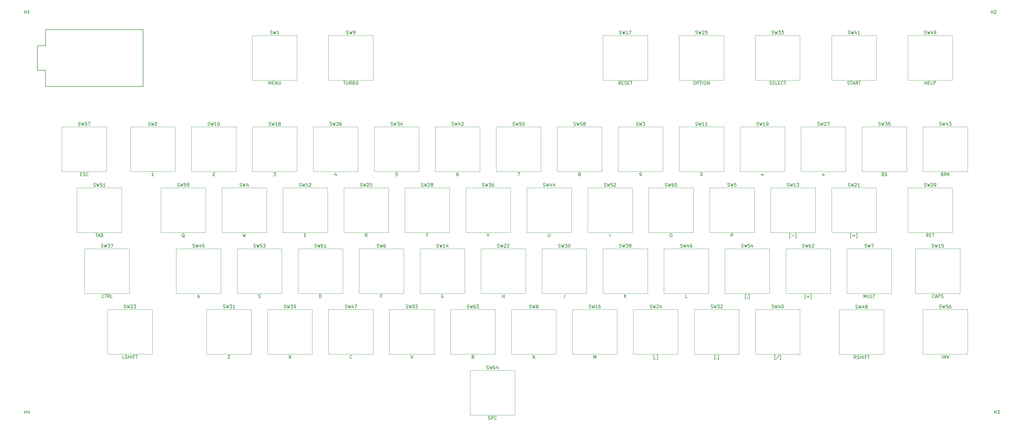
<source format=gbr>
G04 #@! TF.GenerationSoftware,KiCad,Pcbnew,5.1.5+dfsg1-2build2*
G04 #@! TF.CreationDate,2020-11-07T01:55:29-05:00*
G04 #@! TF.ProjectId,atari-keyboard,61746172-692d-46b6-9579-626f6172642e,rev?*
G04 #@! TF.SameCoordinates,Original*
G04 #@! TF.FileFunction,Legend,Top*
G04 #@! TF.FilePolarity,Positive*
%FSLAX46Y46*%
G04 Gerber Fmt 4.6, Leading zero omitted, Abs format (unit mm)*
G04 Created by KiCad (PCBNEW 5.1.5+dfsg1-2build2) date 2020-11-07 01:55:29*
%MOMM*%
%LPD*%
G04 APERTURE LIST*
%ADD10C,0.120000*%
%ADD11C,0.150000*%
G04 APERTURE END LIST*
D10*
X120425000Y-116765000D02*
X120425000Y-102795000D01*
X134395000Y-116765000D02*
X120425000Y-116765000D01*
X134395000Y-102795000D02*
X134395000Y-116765000D01*
X120425000Y-102795000D02*
X134395000Y-102795000D01*
X235743750Y-97790000D02*
X235743750Y-83820000D01*
X249713750Y-97790000D02*
X235743750Y-97790000D01*
X249713750Y-83820000D02*
X249713750Y-97790000D01*
X235743750Y-83820000D02*
X249713750Y-83820000D01*
X7143750Y-97715000D02*
X7143750Y-83745000D01*
X21113750Y-97715000D02*
X7143750Y-97715000D01*
X21113750Y-83745000D02*
X21113750Y-97715000D01*
X7143750Y-83745000D02*
X21113750Y-83745000D01*
X259575000Y-78715000D02*
X259575000Y-64745000D01*
X273545000Y-78715000D02*
X259575000Y-78715000D01*
X273545000Y-64745000D02*
X273545000Y-78715000D01*
X259575000Y-64745000D02*
X273545000Y-64745000D01*
X0Y-78715000D02*
X0Y-64745000D01*
X13970000Y-78715000D02*
X0Y-78715000D01*
X13970000Y-64745000D02*
X13970000Y-78715000D01*
X0Y-64745000D02*
X13970000Y-64745000D01*
X257175000Y-59690000D02*
X257175000Y-45720000D01*
X271145000Y-59690000D02*
X257175000Y-59690000D01*
X271145000Y-45720000D02*
X271145000Y-59690000D01*
X257175000Y-45720000D02*
X271145000Y-45720000D01*
X-2381250Y-59690000D02*
X-2381250Y-45720000D01*
X11588750Y-59690000D02*
X-2381250Y-59690000D01*
X11588750Y-45720000D02*
X11588750Y-59690000D01*
X-2381250Y-45720000D02*
X11588750Y-45720000D01*
X-7143750Y-40640000D02*
X-7143750Y-26670000D01*
X6826250Y-40640000D02*
X-7143750Y-40640000D01*
X6826250Y-26670000D02*
X6826250Y-40640000D01*
X-7143750Y-26670000D02*
X6826250Y-26670000D01*
X114300000Y-97715000D02*
X114300000Y-83745000D01*
X128270000Y-97715000D02*
X114300000Y-97715000D01*
X128270000Y-83745000D02*
X128270000Y-97715000D01*
X114300000Y-83745000D02*
X128270000Y-83745000D01*
X219075000Y-78715000D02*
X219075000Y-64745000D01*
X233045000Y-78715000D02*
X219075000Y-78715000D01*
X233045000Y-64745000D02*
X233045000Y-78715000D01*
X219075000Y-64745000D02*
X233045000Y-64745000D01*
X66675000Y-78715000D02*
X66675000Y-64745000D01*
X80645000Y-78715000D02*
X66675000Y-78715000D01*
X80645000Y-64745000D02*
X80645000Y-78715000D01*
X66675000Y-64745000D02*
X80645000Y-64745000D01*
X176212000Y-59690000D02*
X176212000Y-45720000D01*
X190182000Y-59690000D02*
X176212000Y-59690000D01*
X190182000Y-45720000D02*
X190182000Y-59690000D01*
X176212000Y-45720000D02*
X190182000Y-45720000D01*
X23812500Y-59690000D02*
X23812500Y-45720000D01*
X37782500Y-59690000D02*
X23812500Y-59690000D01*
X37782500Y-45720000D02*
X37782500Y-59690000D01*
X23812500Y-45720000D02*
X37782500Y-45720000D01*
X147637500Y-40640000D02*
X147637500Y-26670000D01*
X161607500Y-40640000D02*
X147637500Y-40640000D01*
X161607500Y-26670000D02*
X161607500Y-40640000D01*
X147637500Y-26670000D02*
X161607500Y-26670000D01*
X261937500Y-97715000D02*
X261937500Y-83745000D01*
X275907500Y-97715000D02*
X261937500Y-97715000D01*
X275907500Y-83745000D02*
X275907500Y-97715000D01*
X261937500Y-83745000D02*
X275907500Y-83745000D01*
X95250000Y-97715000D02*
X95250000Y-83745000D01*
X109220000Y-97715000D02*
X95250000Y-97715000D01*
X109220000Y-83745000D02*
X109220000Y-97715000D01*
X95250000Y-83745000D02*
X109220000Y-83745000D01*
X200025000Y-78715000D02*
X200025000Y-64745000D01*
X213995000Y-78715000D02*
X200025000Y-78715000D01*
X213995000Y-64745000D02*
X213995000Y-78715000D01*
X200025000Y-64745000D02*
X213995000Y-64745000D01*
X47625000Y-78715000D02*
X47625000Y-64745000D01*
X61595000Y-78715000D02*
X47625000Y-78715000D01*
X61595000Y-64745000D02*
X61595000Y-78715000D01*
X47625000Y-64745000D02*
X61595000Y-64745000D01*
X157162500Y-59690000D02*
X157162500Y-45720000D01*
X171132500Y-59690000D02*
X157162500Y-59690000D01*
X171132500Y-45720000D02*
X171132500Y-59690000D01*
X157162500Y-45720000D02*
X171132500Y-45720000D01*
X128587500Y-40640000D02*
X128587500Y-26670000D01*
X142557500Y-40640000D02*
X128587500Y-40640000D01*
X142557500Y-26670000D02*
X142557500Y-40640000D01*
X128587500Y-26670000D02*
X142557500Y-26670000D01*
X257175000Y-12065000D02*
X257175000Y1905000D01*
X271145000Y-12065000D02*
X257175000Y-12065000D01*
X271145000Y1905000D02*
X271145000Y-12065000D01*
X257175000Y1905000D02*
X271145000Y1905000D01*
X76200000Y-97715000D02*
X76200000Y-83745000D01*
X90170000Y-97715000D02*
X76200000Y-97715000D01*
X90170000Y-83745000D02*
X90170000Y-97715000D01*
X76200000Y-83745000D02*
X90170000Y-83745000D01*
X180975000Y-78715000D02*
X180975000Y-64745000D01*
X194945000Y-78715000D02*
X180975000Y-78715000D01*
X194945000Y-64745000D02*
X194945000Y-78715000D01*
X180975000Y-64745000D02*
X194945000Y-64745000D01*
X28575000Y-78715000D02*
X28575000Y-64745000D01*
X42545000Y-78715000D02*
X28575000Y-78715000D01*
X42545000Y-64745000D02*
X42545000Y-78715000D01*
X28575000Y-64745000D02*
X42545000Y-64745000D01*
X138112500Y-59690000D02*
X138112500Y-45720000D01*
X152082500Y-59690000D02*
X138112500Y-59690000D01*
X152082500Y-45720000D02*
X152082500Y-59690000D01*
X138112500Y-45720000D02*
X152082500Y-45720000D01*
X261937500Y-40640000D02*
X261937500Y-26670000D01*
X275907500Y-40640000D02*
X261937500Y-40640000D01*
X275907500Y-26670000D02*
X275907500Y-40640000D01*
X261937500Y-26670000D02*
X275907500Y-26670000D01*
X109537500Y-40640000D02*
X109537500Y-26670000D01*
X123507500Y-40640000D02*
X109537500Y-40640000D01*
X123507500Y-26670000D02*
X123507500Y-40640000D01*
X109537500Y-26670000D02*
X123507500Y-26670000D01*
X233362500Y-12065000D02*
X233362500Y1905000D01*
X247332500Y-12065000D02*
X233362500Y-12065000D01*
X247332500Y1905000D02*
X247332500Y-12065000D01*
X233362500Y1905000D02*
X247332500Y1905000D01*
X209550000Y-97715000D02*
X209550000Y-83745000D01*
X223520000Y-97715000D02*
X209550000Y-97715000D01*
X223520000Y-83745000D02*
X223520000Y-97715000D01*
X209550000Y-83745000D02*
X223520000Y-83745000D01*
X57150000Y-97715000D02*
X57150000Y-83745000D01*
X71120000Y-97715000D02*
X57150000Y-97715000D01*
X71120000Y-83745000D02*
X71120000Y-97715000D01*
X57150000Y-83745000D02*
X71120000Y-83745000D01*
X161925000Y-78715000D02*
X161925000Y-64745000D01*
X175895000Y-78715000D02*
X161925000Y-78715000D01*
X175895000Y-64745000D02*
X175895000Y-78715000D01*
X161925000Y-64745000D02*
X175895000Y-64745000D01*
X119062500Y-59690000D02*
X119062500Y-45720000D01*
X133032500Y-59690000D02*
X119062500Y-59690000D01*
X133032500Y-45720000D02*
X133032500Y-59690000D01*
X119062500Y-45720000D02*
X133032500Y-45720000D01*
X242887500Y-40640000D02*
X242887500Y-26670000D01*
X256857500Y-40640000D02*
X242887500Y-40640000D01*
X256857500Y-26670000D02*
X256857500Y-40640000D01*
X242887500Y-26670000D02*
X256857500Y-26670000D01*
X90487500Y-40640000D02*
X90487500Y-26670000D01*
X104457500Y-40640000D02*
X90487500Y-40640000D01*
X104457500Y-26670000D02*
X104457500Y-40640000D01*
X90487500Y-26670000D02*
X104457500Y-26670000D01*
X209550000Y-12065000D02*
X209550000Y1905000D01*
X223520000Y-12065000D02*
X209550000Y-12065000D01*
X223520000Y1905000D02*
X223520000Y-12065000D01*
X209550000Y1905000D02*
X223520000Y1905000D01*
X190500000Y-97715000D02*
X190500000Y-83745000D01*
X204470000Y-97715000D02*
X190500000Y-97715000D01*
X204470000Y-83745000D02*
X204470000Y-97715000D01*
X190500000Y-83745000D02*
X204470000Y-83745000D01*
X38100000Y-97715000D02*
X38100000Y-83745000D01*
X52070000Y-97715000D02*
X38100000Y-97715000D01*
X52070000Y-83745000D02*
X52070000Y-97715000D01*
X38100000Y-83745000D02*
X52070000Y-83745000D01*
X142875000Y-78715000D02*
X142875000Y-64745000D01*
X156845000Y-78715000D02*
X142875000Y-78715000D01*
X156845000Y-64745000D02*
X156845000Y-78715000D01*
X142875000Y-64745000D02*
X156845000Y-64745000D01*
X100012500Y-59690000D02*
X100012500Y-45720000D01*
X113982500Y-59690000D02*
X100012500Y-59690000D01*
X113982500Y-45720000D02*
X113982500Y-59690000D01*
X100012500Y-45720000D02*
X113982500Y-45720000D01*
X223837500Y-40640000D02*
X223837500Y-26670000D01*
X237807500Y-40640000D02*
X223837500Y-40640000D01*
X237807500Y-26670000D02*
X237807500Y-40640000D01*
X223837500Y-26670000D02*
X237807500Y-26670000D01*
X71437500Y-40640000D02*
X71437500Y-26670000D01*
X85407500Y-40640000D02*
X71437500Y-40640000D01*
X85407500Y-26670000D02*
X85407500Y-40640000D01*
X71437500Y-26670000D02*
X85407500Y-26670000D01*
X185737500Y-12065000D02*
X185737500Y1905000D01*
X199707500Y-12065000D02*
X185737500Y-12065000D01*
X199707500Y1905000D02*
X199707500Y-12065000D01*
X185737500Y1905000D02*
X199707500Y1905000D01*
X171450000Y-97715000D02*
X171450000Y-83745000D01*
X185420000Y-97715000D02*
X171450000Y-97715000D01*
X185420000Y-83745000D02*
X185420000Y-97715000D01*
X171450000Y-83745000D02*
X185420000Y-83745000D01*
X123825000Y-78715000D02*
X123825000Y-64745000D01*
X137795000Y-78715000D02*
X123825000Y-78715000D01*
X137795000Y-64745000D02*
X137795000Y-78715000D01*
X123825000Y-64745000D02*
X137795000Y-64745000D01*
X233362500Y-59690000D02*
X233362500Y-45720000D01*
X247332500Y-59690000D02*
X233362500Y-59690000D01*
X247332500Y-45720000D02*
X247332500Y-59690000D01*
X233362500Y-45720000D02*
X247332500Y-45720000D01*
X80962500Y-59690000D02*
X80962500Y-45720000D01*
X94932500Y-59690000D02*
X80962500Y-59690000D01*
X94932500Y-45720000D02*
X94932500Y-59690000D01*
X80962500Y-45720000D02*
X94932500Y-45720000D01*
X204787500Y-40640000D02*
X204787500Y-26670000D01*
X218757500Y-40640000D02*
X204787500Y-40640000D01*
X218757500Y-26670000D02*
X218757500Y-40640000D01*
X204787500Y-26670000D02*
X218757500Y-26670000D01*
X52387500Y-40640000D02*
X52387500Y-26670000D01*
X66357500Y-40640000D02*
X52387500Y-40640000D01*
X66357500Y-26670000D02*
X66357500Y-40640000D01*
X52387500Y-26670000D02*
X66357500Y-26670000D01*
X161925000Y-12065000D02*
X161925000Y1905000D01*
X175895000Y-12065000D02*
X161925000Y-12065000D01*
X175895000Y1905000D02*
X175895000Y-12065000D01*
X161925000Y1905000D02*
X175895000Y1905000D01*
X152400000Y-97715000D02*
X152400000Y-83745000D01*
X166370000Y-97715000D02*
X152400000Y-97715000D01*
X166370000Y-83745000D02*
X166370000Y-97715000D01*
X152400000Y-83745000D02*
X166370000Y-83745000D01*
X104775000Y-78715000D02*
X104775000Y-64745000D01*
X118745000Y-78715000D02*
X104775000Y-78715000D01*
X118745000Y-64745000D02*
X118745000Y-78715000D01*
X104775000Y-64745000D02*
X118745000Y-64745000D01*
X214312500Y-59690000D02*
X214312500Y-45720000D01*
X228282500Y-59690000D02*
X214312500Y-59690000D01*
X228282500Y-45720000D02*
X228282500Y-59690000D01*
X214312500Y-45720000D02*
X228282500Y-45720000D01*
X61912500Y-59690000D02*
X61912500Y-45720000D01*
X75882500Y-59690000D02*
X61912500Y-59690000D01*
X75882500Y-45720000D02*
X75882500Y-59690000D01*
X61912500Y-45720000D02*
X75882500Y-45720000D01*
X185737500Y-40640000D02*
X185737500Y-26670000D01*
X199707500Y-40640000D02*
X185737500Y-40640000D01*
X199707500Y-26670000D02*
X199707500Y-40640000D01*
X185737500Y-26670000D02*
X199707500Y-26670000D01*
X33337500Y-40640000D02*
X33337500Y-26670000D01*
X47307500Y-40640000D02*
X33337500Y-40640000D01*
X47307500Y-26670000D02*
X47307500Y-40640000D01*
X33337500Y-26670000D02*
X47307500Y-26670000D01*
X76200000Y-12065000D02*
X76200000Y1905000D01*
X90170000Y-12065000D02*
X76200000Y-12065000D01*
X90170000Y1905000D02*
X90170000Y-12065000D01*
X76200000Y1905000D02*
X90170000Y1905000D01*
X133350000Y-97715000D02*
X133350000Y-83745000D01*
X147320000Y-97715000D02*
X133350000Y-97715000D01*
X147320000Y-83745000D02*
X147320000Y-97715000D01*
X133350000Y-83745000D02*
X147320000Y-83745000D01*
X238125000Y-78715000D02*
X238125000Y-64745000D01*
X252095000Y-78715000D02*
X238125000Y-78715000D01*
X252095000Y-64745000D02*
X252095000Y-78715000D01*
X238125000Y-64745000D02*
X252095000Y-64745000D01*
X85725000Y-78715000D02*
X85725000Y-64745000D01*
X99695000Y-78715000D02*
X85725000Y-78715000D01*
X99695000Y-64745000D02*
X99695000Y-78715000D01*
X85725000Y-64745000D02*
X99695000Y-64745000D01*
X195262500Y-59690000D02*
X195262500Y-45720000D01*
X209232500Y-59690000D02*
X195262500Y-59690000D01*
X209232500Y-45720000D02*
X209232500Y-59690000D01*
X195262500Y-45720000D02*
X209232500Y-45720000D01*
X42862500Y-59690000D02*
X42862500Y-45720000D01*
X56832500Y-59690000D02*
X42862500Y-59690000D01*
X56832500Y-45720000D02*
X56832500Y-59690000D01*
X42862500Y-45720000D02*
X56832500Y-45720000D01*
X166687500Y-40640000D02*
X166687500Y-26670000D01*
X180657500Y-40640000D02*
X166687500Y-40640000D01*
X180657500Y-26670000D02*
X180657500Y-40640000D01*
X166687500Y-26670000D02*
X180657500Y-26670000D01*
X14287500Y-40640000D02*
X14287500Y-26670000D01*
X28257500Y-40640000D02*
X14287500Y-40640000D01*
X28257500Y-26670000D02*
X28257500Y-40640000D01*
X14287500Y-26670000D02*
X28257500Y-26670000D01*
X52387500Y-12065000D02*
X52387500Y1905000D01*
X66357500Y-12065000D02*
X52387500Y-12065000D01*
X66357500Y1905000D02*
X66357500Y-12065000D01*
X52387500Y1905000D02*
X66357500Y1905000D01*
D11*
X-12190000Y-14065000D02*
X18290000Y-14065000D01*
X-12190000Y-14065000D02*
X-12190000Y-8985000D01*
X-12190000Y-8985000D02*
X-14730000Y-8985000D01*
X-14730000Y-8985000D02*
X-14730000Y-1365000D01*
X-14730000Y-1365000D02*
X-12190000Y-1365000D01*
X-12190000Y-1365000D02*
X-12190000Y3715000D01*
X-12190000Y3715000D02*
X18290000Y3715000D01*
X18290000Y3715000D02*
X18290000Y-14065000D01*
X-18761904Y-116252380D02*
X-18761904Y-115252380D01*
X-18761904Y-115728571D02*
X-18190476Y-115728571D01*
X-18190476Y-116252380D02*
X-18190476Y-115252380D01*
X-17285714Y-115585714D02*
X-17285714Y-116252380D01*
X-17523809Y-115204761D02*
X-17761904Y-115919047D01*
X-17142857Y-115919047D01*
X284238095Y-116252380D02*
X284238095Y-115252380D01*
X284238095Y-115728571D02*
X284809523Y-115728571D01*
X284809523Y-116252380D02*
X284809523Y-115252380D01*
X285190476Y-115252380D02*
X285809523Y-115252380D01*
X285476190Y-115633333D01*
X285619047Y-115633333D01*
X285714285Y-115680952D01*
X285761904Y-115728571D01*
X285809523Y-115823809D01*
X285809523Y-116061904D01*
X285761904Y-116157142D01*
X285714285Y-116204761D01*
X285619047Y-116252380D01*
X285333333Y-116252380D01*
X285238095Y-116204761D01*
X285190476Y-116157142D01*
X283238095Y8747619D02*
X283238095Y9747619D01*
X283238095Y9271428D02*
X283809523Y9271428D01*
X283809523Y8747619D02*
X283809523Y9747619D01*
X284238095Y9652380D02*
X284285714Y9700000D01*
X284380952Y9747619D01*
X284619047Y9747619D01*
X284714285Y9700000D01*
X284761904Y9652380D01*
X284809523Y9557142D01*
X284809523Y9461904D01*
X284761904Y9319047D01*
X284190476Y8747619D01*
X284809523Y8747619D01*
X-18761904Y8747619D02*
X-18761904Y9747619D01*
X-18761904Y9271428D02*
X-18190476Y9271428D01*
X-18190476Y8747619D02*
X-18190476Y9747619D01*
X-17190476Y8747619D02*
X-17761904Y8747619D01*
X-17476190Y8747619D02*
X-17476190Y9747619D01*
X-17571428Y9604761D01*
X-17666666Y9509523D01*
X-17761904Y9461904D01*
X125600476Y-102310761D02*
X125743333Y-102358380D01*
X125981428Y-102358380D01*
X126076666Y-102310761D01*
X126124285Y-102263142D01*
X126171904Y-102167904D01*
X126171904Y-102072666D01*
X126124285Y-101977428D01*
X126076666Y-101929809D01*
X125981428Y-101882190D01*
X125790952Y-101834571D01*
X125695714Y-101786952D01*
X125648095Y-101739333D01*
X125600476Y-101644095D01*
X125600476Y-101548857D01*
X125648095Y-101453619D01*
X125695714Y-101406000D01*
X125790952Y-101358380D01*
X126029047Y-101358380D01*
X126171904Y-101406000D01*
X126505238Y-101358380D02*
X126743333Y-102358380D01*
X126933809Y-101644095D01*
X127124285Y-102358380D01*
X127362380Y-101358380D01*
X128171904Y-101358380D02*
X127981428Y-101358380D01*
X127886190Y-101406000D01*
X127838571Y-101453619D01*
X127743333Y-101596476D01*
X127695714Y-101786952D01*
X127695714Y-102167904D01*
X127743333Y-102263142D01*
X127790952Y-102310761D01*
X127886190Y-102358380D01*
X128076666Y-102358380D01*
X128171904Y-102310761D01*
X128219523Y-102263142D01*
X128267142Y-102167904D01*
X128267142Y-101929809D01*
X128219523Y-101834571D01*
X128171904Y-101786952D01*
X128076666Y-101739333D01*
X127886190Y-101739333D01*
X127790952Y-101786952D01*
X127743333Y-101834571D01*
X127695714Y-101929809D01*
X129124285Y-101691714D02*
X129124285Y-102358380D01*
X128886190Y-101310761D02*
X128648095Y-102025047D01*
X129267142Y-102025047D01*
X126124285Y-118058761D02*
X126267142Y-118106380D01*
X126505238Y-118106380D01*
X126600476Y-118058761D01*
X126648095Y-118011142D01*
X126695714Y-117915904D01*
X126695714Y-117820666D01*
X126648095Y-117725428D01*
X126600476Y-117677809D01*
X126505238Y-117630190D01*
X126314761Y-117582571D01*
X126219523Y-117534952D01*
X126171904Y-117487333D01*
X126124285Y-117392095D01*
X126124285Y-117296857D01*
X126171904Y-117201619D01*
X126219523Y-117154000D01*
X126314761Y-117106380D01*
X126552857Y-117106380D01*
X126695714Y-117154000D01*
X127124285Y-118106380D02*
X127124285Y-117106380D01*
X127505238Y-117106380D01*
X127600476Y-117154000D01*
X127648095Y-117201619D01*
X127695714Y-117296857D01*
X127695714Y-117439714D01*
X127648095Y-117534952D01*
X127600476Y-117582571D01*
X127505238Y-117630190D01*
X127124285Y-117630190D01*
X128695714Y-118011142D02*
X128648095Y-118058761D01*
X128505238Y-118106380D01*
X128410000Y-118106380D01*
X128267142Y-118058761D01*
X128171904Y-117963523D01*
X128124285Y-117868285D01*
X128076666Y-117677809D01*
X128076666Y-117534952D01*
X128124285Y-117344476D01*
X128171904Y-117249238D01*
X128267142Y-117154000D01*
X128410000Y-117106380D01*
X128505238Y-117106380D01*
X128648095Y-117154000D01*
X128695714Y-117201619D01*
X240919226Y-83335761D02*
X241062083Y-83383380D01*
X241300178Y-83383380D01*
X241395416Y-83335761D01*
X241443035Y-83288142D01*
X241490654Y-83192904D01*
X241490654Y-83097666D01*
X241443035Y-83002428D01*
X241395416Y-82954809D01*
X241300178Y-82907190D01*
X241109702Y-82859571D01*
X241014464Y-82811952D01*
X240966845Y-82764333D01*
X240919226Y-82669095D01*
X240919226Y-82573857D01*
X240966845Y-82478619D01*
X241014464Y-82431000D01*
X241109702Y-82383380D01*
X241347797Y-82383380D01*
X241490654Y-82431000D01*
X241823988Y-82383380D02*
X242062083Y-83383380D01*
X242252559Y-82669095D01*
X242443035Y-83383380D01*
X242681130Y-82383380D01*
X243490654Y-82716714D02*
X243490654Y-83383380D01*
X243252559Y-82335761D02*
X243014464Y-83050047D01*
X243633511Y-83050047D01*
X244157321Y-82811952D02*
X244062083Y-82764333D01*
X244014464Y-82716714D01*
X243966845Y-82621476D01*
X243966845Y-82573857D01*
X244014464Y-82478619D01*
X244062083Y-82431000D01*
X244157321Y-82383380D01*
X244347797Y-82383380D01*
X244443035Y-82431000D01*
X244490654Y-82478619D01*
X244538273Y-82573857D01*
X244538273Y-82621476D01*
X244490654Y-82716714D01*
X244443035Y-82764333D01*
X244347797Y-82811952D01*
X244157321Y-82811952D01*
X244062083Y-82859571D01*
X244014464Y-82907190D01*
X243966845Y-83002428D01*
X243966845Y-83192904D01*
X244014464Y-83288142D01*
X244062083Y-83335761D01*
X244157321Y-83383380D01*
X244347797Y-83383380D01*
X244443035Y-83335761D01*
X244490654Y-83288142D01*
X244538273Y-83192904D01*
X244538273Y-83002428D01*
X244490654Y-82907190D01*
X244443035Y-82859571D01*
X244347797Y-82811952D01*
X240990654Y-99131380D02*
X240657321Y-98655190D01*
X240419226Y-99131380D02*
X240419226Y-98131380D01*
X240800178Y-98131380D01*
X240895416Y-98179000D01*
X240943035Y-98226619D01*
X240990654Y-98321857D01*
X240990654Y-98464714D01*
X240943035Y-98559952D01*
X240895416Y-98607571D01*
X240800178Y-98655190D01*
X240419226Y-98655190D01*
X241371607Y-99083761D02*
X241514464Y-99131380D01*
X241752559Y-99131380D01*
X241847797Y-99083761D01*
X241895416Y-99036142D01*
X241943035Y-98940904D01*
X241943035Y-98845666D01*
X241895416Y-98750428D01*
X241847797Y-98702809D01*
X241752559Y-98655190D01*
X241562083Y-98607571D01*
X241466845Y-98559952D01*
X241419226Y-98512333D01*
X241371607Y-98417095D01*
X241371607Y-98321857D01*
X241419226Y-98226619D01*
X241466845Y-98179000D01*
X241562083Y-98131380D01*
X241800178Y-98131380D01*
X241943035Y-98179000D01*
X242371607Y-99131380D02*
X242371607Y-98131380D01*
X242371607Y-98607571D02*
X242943035Y-98607571D01*
X242943035Y-99131380D02*
X242943035Y-98131380D01*
X243419226Y-99131380D02*
X243419226Y-98131380D01*
X244228750Y-98607571D02*
X243895416Y-98607571D01*
X243895416Y-99131380D02*
X243895416Y-98131380D01*
X244371607Y-98131380D01*
X244609702Y-98131380D02*
X245181130Y-98131380D01*
X244895416Y-99131380D02*
X244895416Y-98131380D01*
X12319226Y-83260761D02*
X12462083Y-83308380D01*
X12700178Y-83308380D01*
X12795416Y-83260761D01*
X12843035Y-83213142D01*
X12890654Y-83117904D01*
X12890654Y-83022666D01*
X12843035Y-82927428D01*
X12795416Y-82879809D01*
X12700178Y-82832190D01*
X12509702Y-82784571D01*
X12414464Y-82736952D01*
X12366845Y-82689333D01*
X12319226Y-82594095D01*
X12319226Y-82498857D01*
X12366845Y-82403619D01*
X12414464Y-82356000D01*
X12509702Y-82308380D01*
X12747797Y-82308380D01*
X12890654Y-82356000D01*
X13223988Y-82308380D02*
X13462083Y-83308380D01*
X13652559Y-82594095D01*
X13843035Y-83308380D01*
X14081130Y-82308380D01*
X14414464Y-82403619D02*
X14462083Y-82356000D01*
X14557321Y-82308380D01*
X14795416Y-82308380D01*
X14890654Y-82356000D01*
X14938273Y-82403619D01*
X14985892Y-82498857D01*
X14985892Y-82594095D01*
X14938273Y-82736952D01*
X14366845Y-83308380D01*
X14985892Y-83308380D01*
X15319226Y-82308380D02*
X15938273Y-82308380D01*
X15604940Y-82689333D01*
X15747797Y-82689333D01*
X15843035Y-82736952D01*
X15890654Y-82784571D01*
X15938273Y-82879809D01*
X15938273Y-83117904D01*
X15890654Y-83213142D01*
X15843035Y-83260761D01*
X15747797Y-83308380D01*
X15462083Y-83308380D01*
X15366845Y-83260761D01*
X15319226Y-83213142D01*
X12390654Y-99056380D02*
X11914464Y-99056380D01*
X11914464Y-98056380D01*
X12676369Y-99008761D02*
X12819226Y-99056380D01*
X13057321Y-99056380D01*
X13152559Y-99008761D01*
X13200178Y-98961142D01*
X13247797Y-98865904D01*
X13247797Y-98770666D01*
X13200178Y-98675428D01*
X13152559Y-98627809D01*
X13057321Y-98580190D01*
X12866845Y-98532571D01*
X12771607Y-98484952D01*
X12723988Y-98437333D01*
X12676369Y-98342095D01*
X12676369Y-98246857D01*
X12723988Y-98151619D01*
X12771607Y-98104000D01*
X12866845Y-98056380D01*
X13104940Y-98056380D01*
X13247797Y-98104000D01*
X13676369Y-99056380D02*
X13676369Y-98056380D01*
X13676369Y-98532571D02*
X14247797Y-98532571D01*
X14247797Y-99056380D02*
X14247797Y-98056380D01*
X14723988Y-99056380D02*
X14723988Y-98056380D01*
X15533511Y-98532571D02*
X15200178Y-98532571D01*
X15200178Y-99056380D02*
X15200178Y-98056380D01*
X15676369Y-98056380D01*
X15914464Y-98056380D02*
X16485892Y-98056380D01*
X16200178Y-99056380D02*
X16200178Y-98056380D01*
X264750476Y-64260761D02*
X264893333Y-64308380D01*
X265131428Y-64308380D01*
X265226666Y-64260761D01*
X265274285Y-64213142D01*
X265321904Y-64117904D01*
X265321904Y-64022666D01*
X265274285Y-63927428D01*
X265226666Y-63879809D01*
X265131428Y-63832190D01*
X264940952Y-63784571D01*
X264845714Y-63736952D01*
X264798095Y-63689333D01*
X264750476Y-63594095D01*
X264750476Y-63498857D01*
X264798095Y-63403619D01*
X264845714Y-63356000D01*
X264940952Y-63308380D01*
X265179047Y-63308380D01*
X265321904Y-63356000D01*
X265655238Y-63308380D02*
X265893333Y-64308380D01*
X266083809Y-63594095D01*
X266274285Y-64308380D01*
X266512380Y-63308380D01*
X267417142Y-64308380D02*
X266845714Y-64308380D01*
X267131428Y-64308380D02*
X267131428Y-63308380D01*
X267036190Y-63451238D01*
X266940952Y-63546476D01*
X266845714Y-63594095D01*
X268321904Y-63308380D02*
X267845714Y-63308380D01*
X267798095Y-63784571D01*
X267845714Y-63736952D01*
X267940952Y-63689333D01*
X268179047Y-63689333D01*
X268274285Y-63736952D01*
X268321904Y-63784571D01*
X268369523Y-63879809D01*
X268369523Y-64117904D01*
X268321904Y-64213142D01*
X268274285Y-64260761D01*
X268179047Y-64308380D01*
X267940952Y-64308380D01*
X267845714Y-64260761D01*
X267798095Y-64213142D01*
X265464761Y-79961142D02*
X265417142Y-80008761D01*
X265274285Y-80056380D01*
X265179047Y-80056380D01*
X265036190Y-80008761D01*
X264940952Y-79913523D01*
X264893333Y-79818285D01*
X264845714Y-79627809D01*
X264845714Y-79484952D01*
X264893333Y-79294476D01*
X264940952Y-79199238D01*
X265036190Y-79104000D01*
X265179047Y-79056380D01*
X265274285Y-79056380D01*
X265417142Y-79104000D01*
X265464761Y-79151619D01*
X265845714Y-79770666D02*
X266321904Y-79770666D01*
X265750476Y-80056380D02*
X266083809Y-79056380D01*
X266417142Y-80056380D01*
X266750476Y-80056380D02*
X266750476Y-79056380D01*
X267131428Y-79056380D01*
X267226666Y-79104000D01*
X267274285Y-79151619D01*
X267321904Y-79246857D01*
X267321904Y-79389714D01*
X267274285Y-79484952D01*
X267226666Y-79532571D01*
X267131428Y-79580190D01*
X266750476Y-79580190D01*
X267702857Y-80008761D02*
X267845714Y-80056380D01*
X268083809Y-80056380D01*
X268179047Y-80008761D01*
X268226666Y-79961142D01*
X268274285Y-79865904D01*
X268274285Y-79770666D01*
X268226666Y-79675428D01*
X268179047Y-79627809D01*
X268083809Y-79580190D01*
X267893333Y-79532571D01*
X267798095Y-79484952D01*
X267750476Y-79437333D01*
X267702857Y-79342095D01*
X267702857Y-79246857D01*
X267750476Y-79151619D01*
X267798095Y-79104000D01*
X267893333Y-79056380D01*
X268131428Y-79056380D01*
X268274285Y-79104000D01*
X5175476Y-64260761D02*
X5318333Y-64308380D01*
X5556428Y-64308380D01*
X5651666Y-64260761D01*
X5699285Y-64213142D01*
X5746904Y-64117904D01*
X5746904Y-64022666D01*
X5699285Y-63927428D01*
X5651666Y-63879809D01*
X5556428Y-63832190D01*
X5365952Y-63784571D01*
X5270714Y-63736952D01*
X5223095Y-63689333D01*
X5175476Y-63594095D01*
X5175476Y-63498857D01*
X5223095Y-63403619D01*
X5270714Y-63356000D01*
X5365952Y-63308380D01*
X5604047Y-63308380D01*
X5746904Y-63356000D01*
X6080238Y-63308380D02*
X6318333Y-64308380D01*
X6508809Y-63594095D01*
X6699285Y-64308380D01*
X6937380Y-63308380D01*
X7223095Y-63308380D02*
X7842142Y-63308380D01*
X7508809Y-63689333D01*
X7651666Y-63689333D01*
X7746904Y-63736952D01*
X7794523Y-63784571D01*
X7842142Y-63879809D01*
X7842142Y-64117904D01*
X7794523Y-64213142D01*
X7746904Y-64260761D01*
X7651666Y-64308380D01*
X7365952Y-64308380D01*
X7270714Y-64260761D01*
X7223095Y-64213142D01*
X8175476Y-63308380D02*
X8842142Y-63308380D01*
X8413571Y-64308380D01*
X6008809Y-79961142D02*
X5961190Y-80008761D01*
X5818333Y-80056380D01*
X5723095Y-80056380D01*
X5580238Y-80008761D01*
X5485000Y-79913523D01*
X5437380Y-79818285D01*
X5389761Y-79627809D01*
X5389761Y-79484952D01*
X5437380Y-79294476D01*
X5485000Y-79199238D01*
X5580238Y-79104000D01*
X5723095Y-79056380D01*
X5818333Y-79056380D01*
X5961190Y-79104000D01*
X6008809Y-79151619D01*
X6294523Y-79056380D02*
X6865952Y-79056380D01*
X6580238Y-80056380D02*
X6580238Y-79056380D01*
X7770714Y-80056380D02*
X7437380Y-79580190D01*
X7199285Y-80056380D02*
X7199285Y-79056380D01*
X7580238Y-79056380D01*
X7675476Y-79104000D01*
X7723095Y-79151619D01*
X7770714Y-79246857D01*
X7770714Y-79389714D01*
X7723095Y-79484952D01*
X7675476Y-79532571D01*
X7580238Y-79580190D01*
X7199285Y-79580190D01*
X8675476Y-80056380D02*
X8199285Y-80056380D01*
X8199285Y-79056380D01*
X262350476Y-45235761D02*
X262493333Y-45283380D01*
X262731428Y-45283380D01*
X262826666Y-45235761D01*
X262874285Y-45188142D01*
X262921904Y-45092904D01*
X262921904Y-44997666D01*
X262874285Y-44902428D01*
X262826666Y-44854809D01*
X262731428Y-44807190D01*
X262540952Y-44759571D01*
X262445714Y-44711952D01*
X262398095Y-44664333D01*
X262350476Y-44569095D01*
X262350476Y-44473857D01*
X262398095Y-44378619D01*
X262445714Y-44331000D01*
X262540952Y-44283380D01*
X262779047Y-44283380D01*
X262921904Y-44331000D01*
X263255238Y-44283380D02*
X263493333Y-45283380D01*
X263683809Y-44569095D01*
X263874285Y-45283380D01*
X264112380Y-44283380D01*
X264445714Y-44378619D02*
X264493333Y-44331000D01*
X264588571Y-44283380D01*
X264826666Y-44283380D01*
X264921904Y-44331000D01*
X264969523Y-44378619D01*
X265017142Y-44473857D01*
X265017142Y-44569095D01*
X264969523Y-44711952D01*
X264398095Y-45283380D01*
X265017142Y-45283380D01*
X265493333Y-45283380D02*
X265683809Y-45283380D01*
X265779047Y-45235761D01*
X265826666Y-45188142D01*
X265921904Y-45045285D01*
X265969523Y-44854809D01*
X265969523Y-44473857D01*
X265921904Y-44378619D01*
X265874285Y-44331000D01*
X265779047Y-44283380D01*
X265588571Y-44283380D01*
X265493333Y-44331000D01*
X265445714Y-44378619D01*
X265398095Y-44473857D01*
X265398095Y-44711952D01*
X265445714Y-44807190D01*
X265493333Y-44854809D01*
X265588571Y-44902428D01*
X265779047Y-44902428D01*
X265874285Y-44854809D01*
X265921904Y-44807190D01*
X265969523Y-44711952D01*
X263636190Y-61031380D02*
X263302857Y-60555190D01*
X263064761Y-61031380D02*
X263064761Y-60031380D01*
X263445714Y-60031380D01*
X263540952Y-60079000D01*
X263588571Y-60126619D01*
X263636190Y-60221857D01*
X263636190Y-60364714D01*
X263588571Y-60459952D01*
X263540952Y-60507571D01*
X263445714Y-60555190D01*
X263064761Y-60555190D01*
X264064761Y-60507571D02*
X264398095Y-60507571D01*
X264540952Y-61031380D02*
X264064761Y-61031380D01*
X264064761Y-60031380D01*
X264540952Y-60031380D01*
X264826666Y-60031380D02*
X265398095Y-60031380D01*
X265112380Y-61031380D02*
X265112380Y-60031380D01*
X2794226Y-45235761D02*
X2937083Y-45283380D01*
X3175178Y-45283380D01*
X3270416Y-45235761D01*
X3318035Y-45188142D01*
X3365654Y-45092904D01*
X3365654Y-44997666D01*
X3318035Y-44902428D01*
X3270416Y-44854809D01*
X3175178Y-44807190D01*
X2984702Y-44759571D01*
X2889464Y-44711952D01*
X2841845Y-44664333D01*
X2794226Y-44569095D01*
X2794226Y-44473857D01*
X2841845Y-44378619D01*
X2889464Y-44331000D01*
X2984702Y-44283380D01*
X3222797Y-44283380D01*
X3365654Y-44331000D01*
X3698988Y-44283380D02*
X3937083Y-45283380D01*
X4127559Y-44569095D01*
X4318035Y-45283380D01*
X4556130Y-44283380D01*
X5413273Y-44283380D02*
X4937083Y-44283380D01*
X4889464Y-44759571D01*
X4937083Y-44711952D01*
X5032321Y-44664333D01*
X5270416Y-44664333D01*
X5365654Y-44711952D01*
X5413273Y-44759571D01*
X5460892Y-44854809D01*
X5460892Y-45092904D01*
X5413273Y-45188142D01*
X5365654Y-45235761D01*
X5270416Y-45283380D01*
X5032321Y-45283380D01*
X4937083Y-45235761D01*
X4889464Y-45188142D01*
X6413273Y-45283380D02*
X5841845Y-45283380D01*
X6127559Y-45283380D02*
X6127559Y-44283380D01*
X6032321Y-44426238D01*
X5937083Y-44521476D01*
X5841845Y-44569095D01*
X3389464Y-60031380D02*
X3960892Y-60031380D01*
X3675178Y-61031380D02*
X3675178Y-60031380D01*
X4246607Y-60745666D02*
X4722797Y-60745666D01*
X4151369Y-61031380D02*
X4484702Y-60031380D01*
X4818035Y-61031380D01*
X5484702Y-60507571D02*
X5627559Y-60555190D01*
X5675178Y-60602809D01*
X5722797Y-60698047D01*
X5722797Y-60840904D01*
X5675178Y-60936142D01*
X5627559Y-60983761D01*
X5532321Y-61031380D01*
X5151369Y-61031380D01*
X5151369Y-60031380D01*
X5484702Y-60031380D01*
X5579940Y-60079000D01*
X5627559Y-60126619D01*
X5675178Y-60221857D01*
X5675178Y-60317095D01*
X5627559Y-60412333D01*
X5579940Y-60459952D01*
X5484702Y-60507571D01*
X5151369Y-60507571D01*
X-1968273Y-26185761D02*
X-1825416Y-26233380D01*
X-1587321Y-26233380D01*
X-1492083Y-26185761D01*
X-1444464Y-26138142D01*
X-1396845Y-26042904D01*
X-1396845Y-25947666D01*
X-1444464Y-25852428D01*
X-1492083Y-25804809D01*
X-1587321Y-25757190D01*
X-1777797Y-25709571D01*
X-1873035Y-25661952D01*
X-1920654Y-25614333D01*
X-1968273Y-25519095D01*
X-1968273Y-25423857D01*
X-1920654Y-25328619D01*
X-1873035Y-25281000D01*
X-1777797Y-25233380D01*
X-1539702Y-25233380D01*
X-1396845Y-25281000D01*
X-1063511Y-25233380D02*
X-825416Y-26233380D01*
X-634940Y-25519095D01*
X-444464Y-26233380D01*
X-206369Y-25233380D01*
X650773Y-25233380D02*
X174583Y-25233380D01*
X126964Y-25709571D01*
X174583Y-25661952D01*
X269821Y-25614333D01*
X507916Y-25614333D01*
X603154Y-25661952D01*
X650773Y-25709571D01*
X698392Y-25804809D01*
X698392Y-26042904D01*
X650773Y-26138142D01*
X603154Y-26185761D01*
X507916Y-26233380D01*
X269821Y-26233380D01*
X174583Y-26185761D01*
X126964Y-26138142D01*
X1031726Y-25233380D02*
X1698392Y-25233380D01*
X1269821Y-26233380D01*
X-1349226Y-41457571D02*
X-1015892Y-41457571D01*
X-873035Y-41981380D02*
X-1349226Y-41981380D01*
X-1349226Y-40981380D01*
X-873035Y-40981380D01*
X-492083Y-41933761D02*
X-349226Y-41981380D01*
X-111130Y-41981380D01*
X-15892Y-41933761D01*
X31726Y-41886142D01*
X79345Y-41790904D01*
X79345Y-41695666D01*
X31726Y-41600428D01*
X-15892Y-41552809D01*
X-111130Y-41505190D01*
X-301607Y-41457571D01*
X-396845Y-41409952D01*
X-444464Y-41362333D01*
X-492083Y-41267095D01*
X-492083Y-41171857D01*
X-444464Y-41076619D01*
X-396845Y-41029000D01*
X-301607Y-40981380D01*
X-63511Y-40981380D01*
X79345Y-41029000D01*
X1079345Y-41886142D02*
X1031726Y-41933761D01*
X888869Y-41981380D01*
X793630Y-41981380D01*
X650773Y-41933761D01*
X555535Y-41838523D01*
X507916Y-41743285D01*
X460297Y-41552809D01*
X460297Y-41409952D01*
X507916Y-41219476D01*
X555535Y-41124238D01*
X650773Y-41029000D01*
X793630Y-40981380D01*
X888869Y-40981380D01*
X1031726Y-41029000D01*
X1079345Y-41076619D01*
X119475476Y-83260761D02*
X119618333Y-83308380D01*
X119856428Y-83308380D01*
X119951666Y-83260761D01*
X119999285Y-83213142D01*
X120046904Y-83117904D01*
X120046904Y-83022666D01*
X119999285Y-82927428D01*
X119951666Y-82879809D01*
X119856428Y-82832190D01*
X119665952Y-82784571D01*
X119570714Y-82736952D01*
X119523095Y-82689333D01*
X119475476Y-82594095D01*
X119475476Y-82498857D01*
X119523095Y-82403619D01*
X119570714Y-82356000D01*
X119665952Y-82308380D01*
X119904047Y-82308380D01*
X120046904Y-82356000D01*
X120380238Y-82308380D02*
X120618333Y-83308380D01*
X120808809Y-82594095D01*
X120999285Y-83308380D01*
X121237380Y-82308380D01*
X122046904Y-82308380D02*
X121856428Y-82308380D01*
X121761190Y-82356000D01*
X121713571Y-82403619D01*
X121618333Y-82546476D01*
X121570714Y-82736952D01*
X121570714Y-83117904D01*
X121618333Y-83213142D01*
X121665952Y-83260761D01*
X121761190Y-83308380D01*
X121951666Y-83308380D01*
X122046904Y-83260761D01*
X122094523Y-83213142D01*
X122142142Y-83117904D01*
X122142142Y-82879809D01*
X122094523Y-82784571D01*
X122046904Y-82736952D01*
X121951666Y-82689333D01*
X121761190Y-82689333D01*
X121665952Y-82736952D01*
X121618333Y-82784571D01*
X121570714Y-82879809D01*
X122475476Y-82308380D02*
X123094523Y-82308380D01*
X122761190Y-82689333D01*
X122904047Y-82689333D01*
X122999285Y-82736952D01*
X123046904Y-82784571D01*
X123094523Y-82879809D01*
X123094523Y-83117904D01*
X123046904Y-83213142D01*
X122999285Y-83260761D01*
X122904047Y-83308380D01*
X122618333Y-83308380D01*
X122523095Y-83260761D01*
X122475476Y-83213142D01*
X121356428Y-98532571D02*
X121499285Y-98580190D01*
X121546904Y-98627809D01*
X121594523Y-98723047D01*
X121594523Y-98865904D01*
X121546904Y-98961142D01*
X121499285Y-99008761D01*
X121404047Y-99056380D01*
X121023095Y-99056380D01*
X121023095Y-98056380D01*
X121356428Y-98056380D01*
X121451666Y-98104000D01*
X121499285Y-98151619D01*
X121546904Y-98246857D01*
X121546904Y-98342095D01*
X121499285Y-98437333D01*
X121451666Y-98484952D01*
X121356428Y-98532571D01*
X121023095Y-98532571D01*
X224250476Y-64260761D02*
X224393333Y-64308380D01*
X224631428Y-64308380D01*
X224726666Y-64260761D01*
X224774285Y-64213142D01*
X224821904Y-64117904D01*
X224821904Y-64022666D01*
X224774285Y-63927428D01*
X224726666Y-63879809D01*
X224631428Y-63832190D01*
X224440952Y-63784571D01*
X224345714Y-63736952D01*
X224298095Y-63689333D01*
X224250476Y-63594095D01*
X224250476Y-63498857D01*
X224298095Y-63403619D01*
X224345714Y-63356000D01*
X224440952Y-63308380D01*
X224679047Y-63308380D01*
X224821904Y-63356000D01*
X225155238Y-63308380D02*
X225393333Y-64308380D01*
X225583809Y-63594095D01*
X225774285Y-64308380D01*
X226012380Y-63308380D01*
X226821904Y-63308380D02*
X226631428Y-63308380D01*
X226536190Y-63356000D01*
X226488571Y-63403619D01*
X226393333Y-63546476D01*
X226345714Y-63736952D01*
X226345714Y-64117904D01*
X226393333Y-64213142D01*
X226440952Y-64260761D01*
X226536190Y-64308380D01*
X226726666Y-64308380D01*
X226821904Y-64260761D01*
X226869523Y-64213142D01*
X226917142Y-64117904D01*
X226917142Y-63879809D01*
X226869523Y-63784571D01*
X226821904Y-63736952D01*
X226726666Y-63689333D01*
X226536190Y-63689333D01*
X226440952Y-63736952D01*
X226393333Y-63784571D01*
X226345714Y-63879809D01*
X227298095Y-63403619D02*
X227345714Y-63356000D01*
X227440952Y-63308380D01*
X227679047Y-63308380D01*
X227774285Y-63356000D01*
X227821904Y-63403619D01*
X227869523Y-63498857D01*
X227869523Y-63594095D01*
X227821904Y-63736952D01*
X227250476Y-64308380D01*
X227869523Y-64308380D01*
X225298095Y-80389714D02*
X225060000Y-80389714D01*
X225060000Y-78961142D01*
X225298095Y-78961142D01*
X225679047Y-79675428D02*
X226440952Y-79675428D01*
X226060000Y-80056380D02*
X226060000Y-79294476D01*
X226821904Y-80389714D02*
X227060000Y-80389714D01*
X227060000Y-78961142D01*
X226821904Y-78961142D01*
X71850476Y-64260761D02*
X71993333Y-64308380D01*
X72231428Y-64308380D01*
X72326666Y-64260761D01*
X72374285Y-64213142D01*
X72421904Y-64117904D01*
X72421904Y-64022666D01*
X72374285Y-63927428D01*
X72326666Y-63879809D01*
X72231428Y-63832190D01*
X72040952Y-63784571D01*
X71945714Y-63736952D01*
X71898095Y-63689333D01*
X71850476Y-63594095D01*
X71850476Y-63498857D01*
X71898095Y-63403619D01*
X71945714Y-63356000D01*
X72040952Y-63308380D01*
X72279047Y-63308380D01*
X72421904Y-63356000D01*
X72755238Y-63308380D02*
X72993333Y-64308380D01*
X73183809Y-63594095D01*
X73374285Y-64308380D01*
X73612380Y-63308380D01*
X74421904Y-63308380D02*
X74231428Y-63308380D01*
X74136190Y-63356000D01*
X74088571Y-63403619D01*
X73993333Y-63546476D01*
X73945714Y-63736952D01*
X73945714Y-64117904D01*
X73993333Y-64213142D01*
X74040952Y-64260761D01*
X74136190Y-64308380D01*
X74326666Y-64308380D01*
X74421904Y-64260761D01*
X74469523Y-64213142D01*
X74517142Y-64117904D01*
X74517142Y-63879809D01*
X74469523Y-63784571D01*
X74421904Y-63736952D01*
X74326666Y-63689333D01*
X74136190Y-63689333D01*
X74040952Y-63736952D01*
X73993333Y-63784571D01*
X73945714Y-63879809D01*
X75469523Y-64308380D02*
X74898095Y-64308380D01*
X75183809Y-64308380D02*
X75183809Y-63308380D01*
X75088571Y-63451238D01*
X74993333Y-63546476D01*
X74898095Y-63594095D01*
X73398095Y-80056380D02*
X73398095Y-79056380D01*
X73636190Y-79056380D01*
X73779047Y-79104000D01*
X73874285Y-79199238D01*
X73921904Y-79294476D01*
X73969523Y-79484952D01*
X73969523Y-79627809D01*
X73921904Y-79818285D01*
X73874285Y-79913523D01*
X73779047Y-80008761D01*
X73636190Y-80056380D01*
X73398095Y-80056380D01*
X181387476Y-45235761D02*
X181530333Y-45283380D01*
X181768428Y-45283380D01*
X181863666Y-45235761D01*
X181911285Y-45188142D01*
X181958904Y-45092904D01*
X181958904Y-44997666D01*
X181911285Y-44902428D01*
X181863666Y-44854809D01*
X181768428Y-44807190D01*
X181577952Y-44759571D01*
X181482714Y-44711952D01*
X181435095Y-44664333D01*
X181387476Y-44569095D01*
X181387476Y-44473857D01*
X181435095Y-44378619D01*
X181482714Y-44331000D01*
X181577952Y-44283380D01*
X181816047Y-44283380D01*
X181958904Y-44331000D01*
X182292238Y-44283380D02*
X182530333Y-45283380D01*
X182720809Y-44569095D01*
X182911285Y-45283380D01*
X183149380Y-44283380D01*
X183958904Y-44283380D02*
X183768428Y-44283380D01*
X183673190Y-44331000D01*
X183625571Y-44378619D01*
X183530333Y-44521476D01*
X183482714Y-44711952D01*
X183482714Y-45092904D01*
X183530333Y-45188142D01*
X183577952Y-45235761D01*
X183673190Y-45283380D01*
X183863666Y-45283380D01*
X183958904Y-45235761D01*
X184006523Y-45188142D01*
X184054142Y-45092904D01*
X184054142Y-44854809D01*
X184006523Y-44759571D01*
X183958904Y-44711952D01*
X183863666Y-44664333D01*
X183673190Y-44664333D01*
X183577952Y-44711952D01*
X183530333Y-44759571D01*
X183482714Y-44854809D01*
X184673190Y-44283380D02*
X184768428Y-44283380D01*
X184863666Y-44331000D01*
X184911285Y-44378619D01*
X184958904Y-44473857D01*
X185006523Y-44664333D01*
X185006523Y-44902428D01*
X184958904Y-45092904D01*
X184911285Y-45188142D01*
X184863666Y-45235761D01*
X184768428Y-45283380D01*
X184673190Y-45283380D01*
X184577952Y-45235761D01*
X184530333Y-45188142D01*
X184482714Y-45092904D01*
X184435095Y-44902428D01*
X184435095Y-44664333D01*
X184482714Y-44473857D01*
X184530333Y-44378619D01*
X184577952Y-44331000D01*
X184673190Y-44283380D01*
X183101761Y-60031380D02*
X183292238Y-60031380D01*
X183387476Y-60079000D01*
X183482714Y-60174238D01*
X183530333Y-60364714D01*
X183530333Y-60698047D01*
X183482714Y-60888523D01*
X183387476Y-60983761D01*
X183292238Y-61031380D01*
X183101761Y-61031380D01*
X183006523Y-60983761D01*
X182911285Y-60888523D01*
X182863666Y-60698047D01*
X182863666Y-60364714D01*
X182911285Y-60174238D01*
X183006523Y-60079000D01*
X183101761Y-60031380D01*
X28987976Y-45235761D02*
X29130833Y-45283380D01*
X29368928Y-45283380D01*
X29464166Y-45235761D01*
X29511785Y-45188142D01*
X29559404Y-45092904D01*
X29559404Y-44997666D01*
X29511785Y-44902428D01*
X29464166Y-44854809D01*
X29368928Y-44807190D01*
X29178452Y-44759571D01*
X29083214Y-44711952D01*
X29035595Y-44664333D01*
X28987976Y-44569095D01*
X28987976Y-44473857D01*
X29035595Y-44378619D01*
X29083214Y-44331000D01*
X29178452Y-44283380D01*
X29416547Y-44283380D01*
X29559404Y-44331000D01*
X29892738Y-44283380D02*
X30130833Y-45283380D01*
X30321309Y-44569095D01*
X30511785Y-45283380D01*
X30749880Y-44283380D01*
X31607023Y-44283380D02*
X31130833Y-44283380D01*
X31083214Y-44759571D01*
X31130833Y-44711952D01*
X31226071Y-44664333D01*
X31464166Y-44664333D01*
X31559404Y-44711952D01*
X31607023Y-44759571D01*
X31654642Y-44854809D01*
X31654642Y-45092904D01*
X31607023Y-45188142D01*
X31559404Y-45235761D01*
X31464166Y-45283380D01*
X31226071Y-45283380D01*
X31130833Y-45235761D01*
X31083214Y-45188142D01*
X32130833Y-45283380D02*
X32321309Y-45283380D01*
X32416547Y-45235761D01*
X32464166Y-45188142D01*
X32559404Y-45045285D01*
X32607023Y-44854809D01*
X32607023Y-44473857D01*
X32559404Y-44378619D01*
X32511785Y-44331000D01*
X32416547Y-44283380D01*
X32226071Y-44283380D01*
X32130833Y-44331000D01*
X32083214Y-44378619D01*
X32035595Y-44473857D01*
X32035595Y-44711952D01*
X32083214Y-44807190D01*
X32130833Y-44854809D01*
X32226071Y-44902428D01*
X32416547Y-44902428D01*
X32511785Y-44854809D01*
X32559404Y-44807190D01*
X32607023Y-44711952D01*
X31178452Y-61126619D02*
X31083214Y-61079000D01*
X30987976Y-60983761D01*
X30845119Y-60840904D01*
X30749880Y-60793285D01*
X30654642Y-60793285D01*
X30702261Y-61031380D02*
X30607023Y-60983761D01*
X30511785Y-60888523D01*
X30464166Y-60698047D01*
X30464166Y-60364714D01*
X30511785Y-60174238D01*
X30607023Y-60079000D01*
X30702261Y-60031380D01*
X30892738Y-60031380D01*
X30987976Y-60079000D01*
X31083214Y-60174238D01*
X31130833Y-60364714D01*
X31130833Y-60698047D01*
X31083214Y-60888523D01*
X30987976Y-60983761D01*
X30892738Y-61031380D01*
X30702261Y-61031380D01*
X152812976Y-26185761D02*
X152955833Y-26233380D01*
X153193928Y-26233380D01*
X153289166Y-26185761D01*
X153336785Y-26138142D01*
X153384404Y-26042904D01*
X153384404Y-25947666D01*
X153336785Y-25852428D01*
X153289166Y-25804809D01*
X153193928Y-25757190D01*
X153003452Y-25709571D01*
X152908214Y-25661952D01*
X152860595Y-25614333D01*
X152812976Y-25519095D01*
X152812976Y-25423857D01*
X152860595Y-25328619D01*
X152908214Y-25281000D01*
X153003452Y-25233380D01*
X153241547Y-25233380D01*
X153384404Y-25281000D01*
X153717738Y-25233380D02*
X153955833Y-26233380D01*
X154146309Y-25519095D01*
X154336785Y-26233380D01*
X154574880Y-25233380D01*
X155432023Y-25233380D02*
X154955833Y-25233380D01*
X154908214Y-25709571D01*
X154955833Y-25661952D01*
X155051071Y-25614333D01*
X155289166Y-25614333D01*
X155384404Y-25661952D01*
X155432023Y-25709571D01*
X155479642Y-25804809D01*
X155479642Y-26042904D01*
X155432023Y-26138142D01*
X155384404Y-26185761D01*
X155289166Y-26233380D01*
X155051071Y-26233380D01*
X154955833Y-26185761D01*
X154908214Y-26138142D01*
X156051071Y-25661952D02*
X155955833Y-25614333D01*
X155908214Y-25566714D01*
X155860595Y-25471476D01*
X155860595Y-25423857D01*
X155908214Y-25328619D01*
X155955833Y-25281000D01*
X156051071Y-25233380D01*
X156241547Y-25233380D01*
X156336785Y-25281000D01*
X156384404Y-25328619D01*
X156432023Y-25423857D01*
X156432023Y-25471476D01*
X156384404Y-25566714D01*
X156336785Y-25614333D01*
X156241547Y-25661952D01*
X156051071Y-25661952D01*
X155955833Y-25709571D01*
X155908214Y-25757190D01*
X155860595Y-25852428D01*
X155860595Y-26042904D01*
X155908214Y-26138142D01*
X155955833Y-26185761D01*
X156051071Y-26233380D01*
X156241547Y-26233380D01*
X156336785Y-26185761D01*
X156384404Y-26138142D01*
X156432023Y-26042904D01*
X156432023Y-25852428D01*
X156384404Y-25757190D01*
X156336785Y-25709571D01*
X156241547Y-25661952D01*
X154527261Y-41409952D02*
X154432023Y-41362333D01*
X154384404Y-41314714D01*
X154336785Y-41219476D01*
X154336785Y-41171857D01*
X154384404Y-41076619D01*
X154432023Y-41029000D01*
X154527261Y-40981380D01*
X154717738Y-40981380D01*
X154812976Y-41029000D01*
X154860595Y-41076619D01*
X154908214Y-41171857D01*
X154908214Y-41219476D01*
X154860595Y-41314714D01*
X154812976Y-41362333D01*
X154717738Y-41409952D01*
X154527261Y-41409952D01*
X154432023Y-41457571D01*
X154384404Y-41505190D01*
X154336785Y-41600428D01*
X154336785Y-41790904D01*
X154384404Y-41886142D01*
X154432023Y-41933761D01*
X154527261Y-41981380D01*
X154717738Y-41981380D01*
X154812976Y-41933761D01*
X154860595Y-41886142D01*
X154908214Y-41790904D01*
X154908214Y-41600428D01*
X154860595Y-41505190D01*
X154812976Y-41457571D01*
X154717738Y-41409952D01*
X267112976Y-83260761D02*
X267255833Y-83308380D01*
X267493928Y-83308380D01*
X267589166Y-83260761D01*
X267636785Y-83213142D01*
X267684404Y-83117904D01*
X267684404Y-83022666D01*
X267636785Y-82927428D01*
X267589166Y-82879809D01*
X267493928Y-82832190D01*
X267303452Y-82784571D01*
X267208214Y-82736952D01*
X267160595Y-82689333D01*
X267112976Y-82594095D01*
X267112976Y-82498857D01*
X267160595Y-82403619D01*
X267208214Y-82356000D01*
X267303452Y-82308380D01*
X267541547Y-82308380D01*
X267684404Y-82356000D01*
X268017738Y-82308380D02*
X268255833Y-83308380D01*
X268446309Y-82594095D01*
X268636785Y-83308380D01*
X268874880Y-82308380D01*
X269732023Y-82308380D02*
X269255833Y-82308380D01*
X269208214Y-82784571D01*
X269255833Y-82736952D01*
X269351071Y-82689333D01*
X269589166Y-82689333D01*
X269684404Y-82736952D01*
X269732023Y-82784571D01*
X269779642Y-82879809D01*
X269779642Y-83117904D01*
X269732023Y-83213142D01*
X269684404Y-83260761D01*
X269589166Y-83308380D01*
X269351071Y-83308380D01*
X269255833Y-83260761D01*
X269208214Y-83213142D01*
X270636785Y-82308380D02*
X270446309Y-82308380D01*
X270351071Y-82356000D01*
X270303452Y-82403619D01*
X270208214Y-82546476D01*
X270160595Y-82736952D01*
X270160595Y-83117904D01*
X270208214Y-83213142D01*
X270255833Y-83260761D01*
X270351071Y-83308380D01*
X270541547Y-83308380D01*
X270636785Y-83260761D01*
X270684404Y-83213142D01*
X270732023Y-83117904D01*
X270732023Y-82879809D01*
X270684404Y-82784571D01*
X270636785Y-82736952D01*
X270541547Y-82689333D01*
X270351071Y-82689333D01*
X270255833Y-82736952D01*
X270208214Y-82784571D01*
X270160595Y-82879809D01*
X267970119Y-99056380D02*
X267970119Y-98056380D01*
X268446309Y-99056380D02*
X268446309Y-98056380D01*
X269017738Y-99056380D01*
X269017738Y-98056380D01*
X269351071Y-98056380D02*
X269684404Y-99056380D01*
X270017738Y-98056380D01*
X100425476Y-83260761D02*
X100568333Y-83308380D01*
X100806428Y-83308380D01*
X100901666Y-83260761D01*
X100949285Y-83213142D01*
X100996904Y-83117904D01*
X100996904Y-83022666D01*
X100949285Y-82927428D01*
X100901666Y-82879809D01*
X100806428Y-82832190D01*
X100615952Y-82784571D01*
X100520714Y-82736952D01*
X100473095Y-82689333D01*
X100425476Y-82594095D01*
X100425476Y-82498857D01*
X100473095Y-82403619D01*
X100520714Y-82356000D01*
X100615952Y-82308380D01*
X100854047Y-82308380D01*
X100996904Y-82356000D01*
X101330238Y-82308380D02*
X101568333Y-83308380D01*
X101758809Y-82594095D01*
X101949285Y-83308380D01*
X102187380Y-82308380D01*
X103044523Y-82308380D02*
X102568333Y-82308380D01*
X102520714Y-82784571D01*
X102568333Y-82736952D01*
X102663571Y-82689333D01*
X102901666Y-82689333D01*
X102996904Y-82736952D01*
X103044523Y-82784571D01*
X103092142Y-82879809D01*
X103092142Y-83117904D01*
X103044523Y-83213142D01*
X102996904Y-83260761D01*
X102901666Y-83308380D01*
X102663571Y-83308380D01*
X102568333Y-83260761D01*
X102520714Y-83213142D01*
X103996904Y-82308380D02*
X103520714Y-82308380D01*
X103473095Y-82784571D01*
X103520714Y-82736952D01*
X103615952Y-82689333D01*
X103854047Y-82689333D01*
X103949285Y-82736952D01*
X103996904Y-82784571D01*
X104044523Y-82879809D01*
X104044523Y-83117904D01*
X103996904Y-83213142D01*
X103949285Y-83260761D01*
X103854047Y-83308380D01*
X103615952Y-83308380D01*
X103520714Y-83260761D01*
X103473095Y-83213142D01*
X101901666Y-98056380D02*
X102235000Y-99056380D01*
X102568333Y-98056380D01*
X205200476Y-64260761D02*
X205343333Y-64308380D01*
X205581428Y-64308380D01*
X205676666Y-64260761D01*
X205724285Y-64213142D01*
X205771904Y-64117904D01*
X205771904Y-64022666D01*
X205724285Y-63927428D01*
X205676666Y-63879809D01*
X205581428Y-63832190D01*
X205390952Y-63784571D01*
X205295714Y-63736952D01*
X205248095Y-63689333D01*
X205200476Y-63594095D01*
X205200476Y-63498857D01*
X205248095Y-63403619D01*
X205295714Y-63356000D01*
X205390952Y-63308380D01*
X205629047Y-63308380D01*
X205771904Y-63356000D01*
X206105238Y-63308380D02*
X206343333Y-64308380D01*
X206533809Y-63594095D01*
X206724285Y-64308380D01*
X206962380Y-63308380D01*
X207819523Y-63308380D02*
X207343333Y-63308380D01*
X207295714Y-63784571D01*
X207343333Y-63736952D01*
X207438571Y-63689333D01*
X207676666Y-63689333D01*
X207771904Y-63736952D01*
X207819523Y-63784571D01*
X207867142Y-63879809D01*
X207867142Y-64117904D01*
X207819523Y-64213142D01*
X207771904Y-64260761D01*
X207676666Y-64308380D01*
X207438571Y-64308380D01*
X207343333Y-64260761D01*
X207295714Y-64213142D01*
X208724285Y-63641714D02*
X208724285Y-64308380D01*
X208486190Y-63260761D02*
X208248095Y-63975047D01*
X208867142Y-63975047D01*
X206629047Y-80389714D02*
X206390952Y-80389714D01*
X206390952Y-78961142D01*
X206629047Y-78961142D01*
X207057619Y-80008761D02*
X207057619Y-80056380D01*
X207010000Y-80151619D01*
X206962380Y-80199238D01*
X207010000Y-79437333D02*
X207057619Y-79484952D01*
X207010000Y-79532571D01*
X206962380Y-79484952D01*
X207010000Y-79437333D01*
X207010000Y-79532571D01*
X207390952Y-80389714D02*
X207629047Y-80389714D01*
X207629047Y-78961142D01*
X207390952Y-78961142D01*
X52800476Y-64260761D02*
X52943333Y-64308380D01*
X53181428Y-64308380D01*
X53276666Y-64260761D01*
X53324285Y-64213142D01*
X53371904Y-64117904D01*
X53371904Y-64022666D01*
X53324285Y-63927428D01*
X53276666Y-63879809D01*
X53181428Y-63832190D01*
X52990952Y-63784571D01*
X52895714Y-63736952D01*
X52848095Y-63689333D01*
X52800476Y-63594095D01*
X52800476Y-63498857D01*
X52848095Y-63403619D01*
X52895714Y-63356000D01*
X52990952Y-63308380D01*
X53229047Y-63308380D01*
X53371904Y-63356000D01*
X53705238Y-63308380D02*
X53943333Y-64308380D01*
X54133809Y-63594095D01*
X54324285Y-64308380D01*
X54562380Y-63308380D01*
X55419523Y-63308380D02*
X54943333Y-63308380D01*
X54895714Y-63784571D01*
X54943333Y-63736952D01*
X55038571Y-63689333D01*
X55276666Y-63689333D01*
X55371904Y-63736952D01*
X55419523Y-63784571D01*
X55467142Y-63879809D01*
X55467142Y-64117904D01*
X55419523Y-64213142D01*
X55371904Y-64260761D01*
X55276666Y-64308380D01*
X55038571Y-64308380D01*
X54943333Y-64260761D01*
X54895714Y-64213142D01*
X55800476Y-63308380D02*
X56419523Y-63308380D01*
X56086190Y-63689333D01*
X56229047Y-63689333D01*
X56324285Y-63736952D01*
X56371904Y-63784571D01*
X56419523Y-63879809D01*
X56419523Y-64117904D01*
X56371904Y-64213142D01*
X56324285Y-64260761D01*
X56229047Y-64308380D01*
X55943333Y-64308380D01*
X55848095Y-64260761D01*
X55800476Y-64213142D01*
X54324285Y-80008761D02*
X54467142Y-80056380D01*
X54705238Y-80056380D01*
X54800476Y-80008761D01*
X54848095Y-79961142D01*
X54895714Y-79865904D01*
X54895714Y-79770666D01*
X54848095Y-79675428D01*
X54800476Y-79627809D01*
X54705238Y-79580190D01*
X54514761Y-79532571D01*
X54419523Y-79484952D01*
X54371904Y-79437333D01*
X54324285Y-79342095D01*
X54324285Y-79246857D01*
X54371904Y-79151619D01*
X54419523Y-79104000D01*
X54514761Y-79056380D01*
X54752857Y-79056380D01*
X54895714Y-79104000D01*
X162337976Y-45235761D02*
X162480833Y-45283380D01*
X162718928Y-45283380D01*
X162814166Y-45235761D01*
X162861785Y-45188142D01*
X162909404Y-45092904D01*
X162909404Y-44997666D01*
X162861785Y-44902428D01*
X162814166Y-44854809D01*
X162718928Y-44807190D01*
X162528452Y-44759571D01*
X162433214Y-44711952D01*
X162385595Y-44664333D01*
X162337976Y-44569095D01*
X162337976Y-44473857D01*
X162385595Y-44378619D01*
X162433214Y-44331000D01*
X162528452Y-44283380D01*
X162766547Y-44283380D01*
X162909404Y-44331000D01*
X163242738Y-44283380D02*
X163480833Y-45283380D01*
X163671309Y-44569095D01*
X163861785Y-45283380D01*
X164099880Y-44283380D01*
X164957023Y-44283380D02*
X164480833Y-44283380D01*
X164433214Y-44759571D01*
X164480833Y-44711952D01*
X164576071Y-44664333D01*
X164814166Y-44664333D01*
X164909404Y-44711952D01*
X164957023Y-44759571D01*
X165004642Y-44854809D01*
X165004642Y-45092904D01*
X164957023Y-45188142D01*
X164909404Y-45235761D01*
X164814166Y-45283380D01*
X164576071Y-45283380D01*
X164480833Y-45235761D01*
X164433214Y-45188142D01*
X165385595Y-44378619D02*
X165433214Y-44331000D01*
X165528452Y-44283380D01*
X165766547Y-44283380D01*
X165861785Y-44331000D01*
X165909404Y-44378619D01*
X165957023Y-44473857D01*
X165957023Y-44569095D01*
X165909404Y-44711952D01*
X165337976Y-45283380D01*
X165957023Y-45283380D01*
X164147500Y-61031380D02*
X164147500Y-60031380D01*
X133762976Y-26185761D02*
X133905833Y-26233380D01*
X134143928Y-26233380D01*
X134239166Y-26185761D01*
X134286785Y-26138142D01*
X134334404Y-26042904D01*
X134334404Y-25947666D01*
X134286785Y-25852428D01*
X134239166Y-25804809D01*
X134143928Y-25757190D01*
X133953452Y-25709571D01*
X133858214Y-25661952D01*
X133810595Y-25614333D01*
X133762976Y-25519095D01*
X133762976Y-25423857D01*
X133810595Y-25328619D01*
X133858214Y-25281000D01*
X133953452Y-25233380D01*
X134191547Y-25233380D01*
X134334404Y-25281000D01*
X134667738Y-25233380D02*
X134905833Y-26233380D01*
X135096309Y-25519095D01*
X135286785Y-26233380D01*
X135524880Y-25233380D01*
X136382023Y-25233380D02*
X135905833Y-25233380D01*
X135858214Y-25709571D01*
X135905833Y-25661952D01*
X136001071Y-25614333D01*
X136239166Y-25614333D01*
X136334404Y-25661952D01*
X136382023Y-25709571D01*
X136429642Y-25804809D01*
X136429642Y-26042904D01*
X136382023Y-26138142D01*
X136334404Y-26185761D01*
X136239166Y-26233380D01*
X136001071Y-26233380D01*
X135905833Y-26185761D01*
X135858214Y-26138142D01*
X137048690Y-25233380D02*
X137143928Y-25233380D01*
X137239166Y-25281000D01*
X137286785Y-25328619D01*
X137334404Y-25423857D01*
X137382023Y-25614333D01*
X137382023Y-25852428D01*
X137334404Y-26042904D01*
X137286785Y-26138142D01*
X137239166Y-26185761D01*
X137143928Y-26233380D01*
X137048690Y-26233380D01*
X136953452Y-26185761D01*
X136905833Y-26138142D01*
X136858214Y-26042904D01*
X136810595Y-25852428D01*
X136810595Y-25614333D01*
X136858214Y-25423857D01*
X136905833Y-25328619D01*
X136953452Y-25281000D01*
X137048690Y-25233380D01*
X135239166Y-40981380D02*
X135905833Y-40981380D01*
X135477261Y-41981380D01*
X262350476Y2389238D02*
X262493333Y2341619D01*
X262731428Y2341619D01*
X262826666Y2389238D01*
X262874285Y2436857D01*
X262921904Y2532095D01*
X262921904Y2627333D01*
X262874285Y2722571D01*
X262826666Y2770190D01*
X262731428Y2817809D01*
X262540952Y2865428D01*
X262445714Y2913047D01*
X262398095Y2960666D01*
X262350476Y3055904D01*
X262350476Y3151142D01*
X262398095Y3246380D01*
X262445714Y3294000D01*
X262540952Y3341619D01*
X262779047Y3341619D01*
X262921904Y3294000D01*
X263255238Y3341619D02*
X263493333Y2341619D01*
X263683809Y3055904D01*
X263874285Y2341619D01*
X264112380Y3341619D01*
X264921904Y3008285D02*
X264921904Y2341619D01*
X264683809Y3389238D02*
X264445714Y2674952D01*
X265064761Y2674952D01*
X265493333Y2341619D02*
X265683809Y2341619D01*
X265779047Y2389238D01*
X265826666Y2436857D01*
X265921904Y2579714D01*
X265969523Y2770190D01*
X265969523Y3151142D01*
X265921904Y3246380D01*
X265874285Y3294000D01*
X265779047Y3341619D01*
X265588571Y3341619D01*
X265493333Y3294000D01*
X265445714Y3246380D01*
X265398095Y3151142D01*
X265398095Y2913047D01*
X265445714Y2817809D01*
X265493333Y2770190D01*
X265588571Y2722571D01*
X265779047Y2722571D01*
X265874285Y2770190D01*
X265921904Y2817809D01*
X265969523Y2913047D01*
X262517142Y-13406380D02*
X262517142Y-12406380D01*
X262517142Y-12882571D02*
X263088571Y-12882571D01*
X263088571Y-13406380D02*
X263088571Y-12406380D01*
X263564761Y-12882571D02*
X263898095Y-12882571D01*
X264040952Y-13406380D02*
X263564761Y-13406380D01*
X263564761Y-12406380D01*
X264040952Y-12406380D01*
X264945714Y-13406380D02*
X264469523Y-13406380D01*
X264469523Y-12406380D01*
X265279047Y-13406380D02*
X265279047Y-12406380D01*
X265660000Y-12406380D01*
X265755238Y-12454000D01*
X265802857Y-12501619D01*
X265850476Y-12596857D01*
X265850476Y-12739714D01*
X265802857Y-12834952D01*
X265755238Y-12882571D01*
X265660000Y-12930190D01*
X265279047Y-12930190D01*
X81375476Y-83260761D02*
X81518333Y-83308380D01*
X81756428Y-83308380D01*
X81851666Y-83260761D01*
X81899285Y-83213142D01*
X81946904Y-83117904D01*
X81946904Y-83022666D01*
X81899285Y-82927428D01*
X81851666Y-82879809D01*
X81756428Y-82832190D01*
X81565952Y-82784571D01*
X81470714Y-82736952D01*
X81423095Y-82689333D01*
X81375476Y-82594095D01*
X81375476Y-82498857D01*
X81423095Y-82403619D01*
X81470714Y-82356000D01*
X81565952Y-82308380D01*
X81804047Y-82308380D01*
X81946904Y-82356000D01*
X82280238Y-82308380D02*
X82518333Y-83308380D01*
X82708809Y-82594095D01*
X82899285Y-83308380D01*
X83137380Y-82308380D01*
X83946904Y-82641714D02*
X83946904Y-83308380D01*
X83708809Y-82260761D02*
X83470714Y-82975047D01*
X84089761Y-82975047D01*
X84375476Y-82308380D02*
X85042142Y-82308380D01*
X84613571Y-83308380D01*
X83494523Y-98961142D02*
X83446904Y-99008761D01*
X83304047Y-99056380D01*
X83208809Y-99056380D01*
X83065952Y-99008761D01*
X82970714Y-98913523D01*
X82923095Y-98818285D01*
X82875476Y-98627809D01*
X82875476Y-98484952D01*
X82923095Y-98294476D01*
X82970714Y-98199238D01*
X83065952Y-98104000D01*
X83208809Y-98056380D01*
X83304047Y-98056380D01*
X83446904Y-98104000D01*
X83494523Y-98151619D01*
X186150476Y-64260761D02*
X186293333Y-64308380D01*
X186531428Y-64308380D01*
X186626666Y-64260761D01*
X186674285Y-64213142D01*
X186721904Y-64117904D01*
X186721904Y-64022666D01*
X186674285Y-63927428D01*
X186626666Y-63879809D01*
X186531428Y-63832190D01*
X186340952Y-63784571D01*
X186245714Y-63736952D01*
X186198095Y-63689333D01*
X186150476Y-63594095D01*
X186150476Y-63498857D01*
X186198095Y-63403619D01*
X186245714Y-63356000D01*
X186340952Y-63308380D01*
X186579047Y-63308380D01*
X186721904Y-63356000D01*
X187055238Y-63308380D02*
X187293333Y-64308380D01*
X187483809Y-63594095D01*
X187674285Y-64308380D01*
X187912380Y-63308380D01*
X188721904Y-63641714D02*
X188721904Y-64308380D01*
X188483809Y-63260761D02*
X188245714Y-63975047D01*
X188864761Y-63975047D01*
X189674285Y-63308380D02*
X189483809Y-63308380D01*
X189388571Y-63356000D01*
X189340952Y-63403619D01*
X189245714Y-63546476D01*
X189198095Y-63736952D01*
X189198095Y-64117904D01*
X189245714Y-64213142D01*
X189293333Y-64260761D01*
X189388571Y-64308380D01*
X189579047Y-64308380D01*
X189674285Y-64260761D01*
X189721904Y-64213142D01*
X189769523Y-64117904D01*
X189769523Y-63879809D01*
X189721904Y-63784571D01*
X189674285Y-63736952D01*
X189579047Y-63689333D01*
X189388571Y-63689333D01*
X189293333Y-63736952D01*
X189245714Y-63784571D01*
X189198095Y-63879809D01*
X188269523Y-80056380D02*
X187793333Y-80056380D01*
X187793333Y-79056380D01*
X33750476Y-64260761D02*
X33893333Y-64308380D01*
X34131428Y-64308380D01*
X34226666Y-64260761D01*
X34274285Y-64213142D01*
X34321904Y-64117904D01*
X34321904Y-64022666D01*
X34274285Y-63927428D01*
X34226666Y-63879809D01*
X34131428Y-63832190D01*
X33940952Y-63784571D01*
X33845714Y-63736952D01*
X33798095Y-63689333D01*
X33750476Y-63594095D01*
X33750476Y-63498857D01*
X33798095Y-63403619D01*
X33845714Y-63356000D01*
X33940952Y-63308380D01*
X34179047Y-63308380D01*
X34321904Y-63356000D01*
X34655238Y-63308380D02*
X34893333Y-64308380D01*
X35083809Y-63594095D01*
X35274285Y-64308380D01*
X35512380Y-63308380D01*
X36321904Y-63641714D02*
X36321904Y-64308380D01*
X36083809Y-63260761D02*
X35845714Y-63975047D01*
X36464761Y-63975047D01*
X37321904Y-63308380D02*
X36845714Y-63308380D01*
X36798095Y-63784571D01*
X36845714Y-63736952D01*
X36940952Y-63689333D01*
X37179047Y-63689333D01*
X37274285Y-63736952D01*
X37321904Y-63784571D01*
X37369523Y-63879809D01*
X37369523Y-64117904D01*
X37321904Y-64213142D01*
X37274285Y-64260761D01*
X37179047Y-64308380D01*
X36940952Y-64308380D01*
X36845714Y-64260761D01*
X36798095Y-64213142D01*
X35321904Y-79770666D02*
X35798095Y-79770666D01*
X35226666Y-80056380D02*
X35560000Y-79056380D01*
X35893333Y-80056380D01*
X143287976Y-45235761D02*
X143430833Y-45283380D01*
X143668928Y-45283380D01*
X143764166Y-45235761D01*
X143811785Y-45188142D01*
X143859404Y-45092904D01*
X143859404Y-44997666D01*
X143811785Y-44902428D01*
X143764166Y-44854809D01*
X143668928Y-44807190D01*
X143478452Y-44759571D01*
X143383214Y-44711952D01*
X143335595Y-44664333D01*
X143287976Y-44569095D01*
X143287976Y-44473857D01*
X143335595Y-44378619D01*
X143383214Y-44331000D01*
X143478452Y-44283380D01*
X143716547Y-44283380D01*
X143859404Y-44331000D01*
X144192738Y-44283380D02*
X144430833Y-45283380D01*
X144621309Y-44569095D01*
X144811785Y-45283380D01*
X145049880Y-44283380D01*
X145859404Y-44616714D02*
X145859404Y-45283380D01*
X145621309Y-44235761D02*
X145383214Y-44950047D01*
X146002261Y-44950047D01*
X146811785Y-44616714D02*
X146811785Y-45283380D01*
X146573690Y-44235761D02*
X146335595Y-44950047D01*
X146954642Y-44950047D01*
X144811785Y-60031380D02*
X144811785Y-60840904D01*
X144859404Y-60936142D01*
X144907023Y-60983761D01*
X145002261Y-61031380D01*
X145192738Y-61031380D01*
X145287976Y-60983761D01*
X145335595Y-60936142D01*
X145383214Y-60840904D01*
X145383214Y-60031380D01*
X267112976Y-26185761D02*
X267255833Y-26233380D01*
X267493928Y-26233380D01*
X267589166Y-26185761D01*
X267636785Y-26138142D01*
X267684404Y-26042904D01*
X267684404Y-25947666D01*
X267636785Y-25852428D01*
X267589166Y-25804809D01*
X267493928Y-25757190D01*
X267303452Y-25709571D01*
X267208214Y-25661952D01*
X267160595Y-25614333D01*
X267112976Y-25519095D01*
X267112976Y-25423857D01*
X267160595Y-25328619D01*
X267208214Y-25281000D01*
X267303452Y-25233380D01*
X267541547Y-25233380D01*
X267684404Y-25281000D01*
X268017738Y-25233380D02*
X268255833Y-26233380D01*
X268446309Y-25519095D01*
X268636785Y-26233380D01*
X268874880Y-25233380D01*
X269684404Y-25566714D02*
X269684404Y-26233380D01*
X269446309Y-25185761D02*
X269208214Y-25900047D01*
X269827261Y-25900047D01*
X270112976Y-25233380D02*
X270732023Y-25233380D01*
X270398690Y-25614333D01*
X270541547Y-25614333D01*
X270636785Y-25661952D01*
X270684404Y-25709571D01*
X270732023Y-25804809D01*
X270732023Y-26042904D01*
X270684404Y-26138142D01*
X270636785Y-26185761D01*
X270541547Y-26233380D01*
X270255833Y-26233380D01*
X270160595Y-26185761D01*
X270112976Y-26138142D01*
X267993928Y-41457571D02*
X268136785Y-41505190D01*
X268184404Y-41552809D01*
X268232023Y-41648047D01*
X268232023Y-41790904D01*
X268184404Y-41886142D01*
X268136785Y-41933761D01*
X268041547Y-41981380D01*
X267660595Y-41981380D01*
X267660595Y-40981380D01*
X267993928Y-40981380D01*
X268089166Y-41029000D01*
X268136785Y-41076619D01*
X268184404Y-41171857D01*
X268184404Y-41267095D01*
X268136785Y-41362333D01*
X268089166Y-41409952D01*
X267993928Y-41457571D01*
X267660595Y-41457571D01*
X269232023Y-41981380D02*
X268898690Y-41505190D01*
X268660595Y-41981380D02*
X268660595Y-40981380D01*
X269041547Y-40981380D01*
X269136785Y-41029000D01*
X269184404Y-41076619D01*
X269232023Y-41171857D01*
X269232023Y-41314714D01*
X269184404Y-41409952D01*
X269136785Y-41457571D01*
X269041547Y-41505190D01*
X268660595Y-41505190D01*
X269660595Y-41981380D02*
X269660595Y-40981380D01*
X270232023Y-41981380D02*
X269803452Y-41409952D01*
X270232023Y-40981380D02*
X269660595Y-41552809D01*
X114712976Y-26185761D02*
X114855833Y-26233380D01*
X115093928Y-26233380D01*
X115189166Y-26185761D01*
X115236785Y-26138142D01*
X115284404Y-26042904D01*
X115284404Y-25947666D01*
X115236785Y-25852428D01*
X115189166Y-25804809D01*
X115093928Y-25757190D01*
X114903452Y-25709571D01*
X114808214Y-25661952D01*
X114760595Y-25614333D01*
X114712976Y-25519095D01*
X114712976Y-25423857D01*
X114760595Y-25328619D01*
X114808214Y-25281000D01*
X114903452Y-25233380D01*
X115141547Y-25233380D01*
X115284404Y-25281000D01*
X115617738Y-25233380D02*
X115855833Y-26233380D01*
X116046309Y-25519095D01*
X116236785Y-26233380D01*
X116474880Y-25233380D01*
X117284404Y-25566714D02*
X117284404Y-26233380D01*
X117046309Y-25185761D02*
X116808214Y-25900047D01*
X117427261Y-25900047D01*
X117760595Y-25328619D02*
X117808214Y-25281000D01*
X117903452Y-25233380D01*
X118141547Y-25233380D01*
X118236785Y-25281000D01*
X118284404Y-25328619D01*
X118332023Y-25423857D01*
X118332023Y-25519095D01*
X118284404Y-25661952D01*
X117712976Y-26233380D01*
X118332023Y-26233380D01*
X116712976Y-40981380D02*
X116522500Y-40981380D01*
X116427261Y-41029000D01*
X116379642Y-41076619D01*
X116284404Y-41219476D01*
X116236785Y-41409952D01*
X116236785Y-41790904D01*
X116284404Y-41886142D01*
X116332023Y-41933761D01*
X116427261Y-41981380D01*
X116617738Y-41981380D01*
X116712976Y-41933761D01*
X116760595Y-41886142D01*
X116808214Y-41790904D01*
X116808214Y-41552809D01*
X116760595Y-41457571D01*
X116712976Y-41409952D01*
X116617738Y-41362333D01*
X116427261Y-41362333D01*
X116332023Y-41409952D01*
X116284404Y-41457571D01*
X116236785Y-41552809D01*
X238537976Y2389238D02*
X238680833Y2341619D01*
X238918928Y2341619D01*
X239014166Y2389238D01*
X239061785Y2436857D01*
X239109404Y2532095D01*
X239109404Y2627333D01*
X239061785Y2722571D01*
X239014166Y2770190D01*
X238918928Y2817809D01*
X238728452Y2865428D01*
X238633214Y2913047D01*
X238585595Y2960666D01*
X238537976Y3055904D01*
X238537976Y3151142D01*
X238585595Y3246380D01*
X238633214Y3294000D01*
X238728452Y3341619D01*
X238966547Y3341619D01*
X239109404Y3294000D01*
X239442738Y3341619D02*
X239680833Y2341619D01*
X239871309Y3055904D01*
X240061785Y2341619D01*
X240299880Y3341619D01*
X241109404Y3008285D02*
X241109404Y2341619D01*
X240871309Y3389238D02*
X240633214Y2674952D01*
X241252261Y2674952D01*
X242157023Y2341619D02*
X241585595Y2341619D01*
X241871309Y2341619D02*
X241871309Y3341619D01*
X241776071Y3198761D01*
X241680833Y3103523D01*
X241585595Y3055904D01*
X238371309Y-13358761D02*
X238514166Y-13406380D01*
X238752261Y-13406380D01*
X238847500Y-13358761D01*
X238895119Y-13311142D01*
X238942738Y-13215904D01*
X238942738Y-13120666D01*
X238895119Y-13025428D01*
X238847500Y-12977809D01*
X238752261Y-12930190D01*
X238561785Y-12882571D01*
X238466547Y-12834952D01*
X238418928Y-12787333D01*
X238371309Y-12692095D01*
X238371309Y-12596857D01*
X238418928Y-12501619D01*
X238466547Y-12454000D01*
X238561785Y-12406380D01*
X238799880Y-12406380D01*
X238942738Y-12454000D01*
X239228452Y-12406380D02*
X239799880Y-12406380D01*
X239514166Y-13406380D02*
X239514166Y-12406380D01*
X240085595Y-13120666D02*
X240561785Y-13120666D01*
X239990357Y-13406380D02*
X240323690Y-12406380D01*
X240657023Y-13406380D01*
X241561785Y-13406380D02*
X241228452Y-12930190D01*
X240990357Y-13406380D02*
X240990357Y-12406380D01*
X241371309Y-12406380D01*
X241466547Y-12454000D01*
X241514166Y-12501619D01*
X241561785Y-12596857D01*
X241561785Y-12739714D01*
X241514166Y-12834952D01*
X241466547Y-12882571D01*
X241371309Y-12930190D01*
X240990357Y-12930190D01*
X241847500Y-12406380D02*
X242418928Y-12406380D01*
X242133214Y-13406380D02*
X242133214Y-12406380D01*
X214725476Y-83260761D02*
X214868333Y-83308380D01*
X215106428Y-83308380D01*
X215201666Y-83260761D01*
X215249285Y-83213142D01*
X215296904Y-83117904D01*
X215296904Y-83022666D01*
X215249285Y-82927428D01*
X215201666Y-82879809D01*
X215106428Y-82832190D01*
X214915952Y-82784571D01*
X214820714Y-82736952D01*
X214773095Y-82689333D01*
X214725476Y-82594095D01*
X214725476Y-82498857D01*
X214773095Y-82403619D01*
X214820714Y-82356000D01*
X214915952Y-82308380D01*
X215154047Y-82308380D01*
X215296904Y-82356000D01*
X215630238Y-82308380D02*
X215868333Y-83308380D01*
X216058809Y-82594095D01*
X216249285Y-83308380D01*
X216487380Y-82308380D01*
X217296904Y-82641714D02*
X217296904Y-83308380D01*
X217058809Y-82260761D02*
X216820714Y-82975047D01*
X217439761Y-82975047D01*
X218011190Y-82308380D02*
X218106428Y-82308380D01*
X218201666Y-82356000D01*
X218249285Y-82403619D01*
X218296904Y-82498857D01*
X218344523Y-82689333D01*
X218344523Y-82927428D01*
X218296904Y-83117904D01*
X218249285Y-83213142D01*
X218201666Y-83260761D01*
X218106428Y-83308380D01*
X218011190Y-83308380D01*
X217915952Y-83260761D01*
X217868333Y-83213142D01*
X217820714Y-83117904D01*
X217773095Y-82927428D01*
X217773095Y-82689333D01*
X217820714Y-82498857D01*
X217868333Y-82403619D01*
X217915952Y-82356000D01*
X218011190Y-82308380D01*
X215868333Y-99389714D02*
X215630238Y-99389714D01*
X215630238Y-97961142D01*
X215868333Y-97961142D01*
X216963571Y-98008761D02*
X216106428Y-99294476D01*
X217201666Y-99389714D02*
X217439761Y-99389714D01*
X217439761Y-97961142D01*
X217201666Y-97961142D01*
X62325476Y-83260761D02*
X62468333Y-83308380D01*
X62706428Y-83308380D01*
X62801666Y-83260761D01*
X62849285Y-83213142D01*
X62896904Y-83117904D01*
X62896904Y-83022666D01*
X62849285Y-82927428D01*
X62801666Y-82879809D01*
X62706428Y-82832190D01*
X62515952Y-82784571D01*
X62420714Y-82736952D01*
X62373095Y-82689333D01*
X62325476Y-82594095D01*
X62325476Y-82498857D01*
X62373095Y-82403619D01*
X62420714Y-82356000D01*
X62515952Y-82308380D01*
X62754047Y-82308380D01*
X62896904Y-82356000D01*
X63230238Y-82308380D02*
X63468333Y-83308380D01*
X63658809Y-82594095D01*
X63849285Y-83308380D01*
X64087380Y-82308380D01*
X64373095Y-82308380D02*
X64992142Y-82308380D01*
X64658809Y-82689333D01*
X64801666Y-82689333D01*
X64896904Y-82736952D01*
X64944523Y-82784571D01*
X64992142Y-82879809D01*
X64992142Y-83117904D01*
X64944523Y-83213142D01*
X64896904Y-83260761D01*
X64801666Y-83308380D01*
X64515952Y-83308380D01*
X64420714Y-83260761D01*
X64373095Y-83213142D01*
X65468333Y-83308380D02*
X65658809Y-83308380D01*
X65754047Y-83260761D01*
X65801666Y-83213142D01*
X65896904Y-83070285D01*
X65944523Y-82879809D01*
X65944523Y-82498857D01*
X65896904Y-82403619D01*
X65849285Y-82356000D01*
X65754047Y-82308380D01*
X65563571Y-82308380D01*
X65468333Y-82356000D01*
X65420714Y-82403619D01*
X65373095Y-82498857D01*
X65373095Y-82736952D01*
X65420714Y-82832190D01*
X65468333Y-82879809D01*
X65563571Y-82927428D01*
X65754047Y-82927428D01*
X65849285Y-82879809D01*
X65896904Y-82832190D01*
X65944523Y-82736952D01*
X63801666Y-98056380D02*
X64468333Y-99056380D01*
X64468333Y-98056380D02*
X63801666Y-99056380D01*
X167100476Y-64260761D02*
X167243333Y-64308380D01*
X167481428Y-64308380D01*
X167576666Y-64260761D01*
X167624285Y-64213142D01*
X167671904Y-64117904D01*
X167671904Y-64022666D01*
X167624285Y-63927428D01*
X167576666Y-63879809D01*
X167481428Y-63832190D01*
X167290952Y-63784571D01*
X167195714Y-63736952D01*
X167148095Y-63689333D01*
X167100476Y-63594095D01*
X167100476Y-63498857D01*
X167148095Y-63403619D01*
X167195714Y-63356000D01*
X167290952Y-63308380D01*
X167529047Y-63308380D01*
X167671904Y-63356000D01*
X168005238Y-63308380D02*
X168243333Y-64308380D01*
X168433809Y-63594095D01*
X168624285Y-64308380D01*
X168862380Y-63308380D01*
X169148095Y-63308380D02*
X169767142Y-63308380D01*
X169433809Y-63689333D01*
X169576666Y-63689333D01*
X169671904Y-63736952D01*
X169719523Y-63784571D01*
X169767142Y-63879809D01*
X169767142Y-64117904D01*
X169719523Y-64213142D01*
X169671904Y-64260761D01*
X169576666Y-64308380D01*
X169290952Y-64308380D01*
X169195714Y-64260761D01*
X169148095Y-64213142D01*
X170338571Y-63736952D02*
X170243333Y-63689333D01*
X170195714Y-63641714D01*
X170148095Y-63546476D01*
X170148095Y-63498857D01*
X170195714Y-63403619D01*
X170243333Y-63356000D01*
X170338571Y-63308380D01*
X170529047Y-63308380D01*
X170624285Y-63356000D01*
X170671904Y-63403619D01*
X170719523Y-63498857D01*
X170719523Y-63546476D01*
X170671904Y-63641714D01*
X170624285Y-63689333D01*
X170529047Y-63736952D01*
X170338571Y-63736952D01*
X170243333Y-63784571D01*
X170195714Y-63832190D01*
X170148095Y-63927428D01*
X170148095Y-64117904D01*
X170195714Y-64213142D01*
X170243333Y-64260761D01*
X170338571Y-64308380D01*
X170529047Y-64308380D01*
X170624285Y-64260761D01*
X170671904Y-64213142D01*
X170719523Y-64117904D01*
X170719523Y-63927428D01*
X170671904Y-63832190D01*
X170624285Y-63784571D01*
X170529047Y-63736952D01*
X168648095Y-80056380D02*
X168648095Y-79056380D01*
X169219523Y-80056380D02*
X168790952Y-79484952D01*
X169219523Y-79056380D02*
X168648095Y-79627809D01*
X124237976Y-45235761D02*
X124380833Y-45283380D01*
X124618928Y-45283380D01*
X124714166Y-45235761D01*
X124761785Y-45188142D01*
X124809404Y-45092904D01*
X124809404Y-44997666D01*
X124761785Y-44902428D01*
X124714166Y-44854809D01*
X124618928Y-44807190D01*
X124428452Y-44759571D01*
X124333214Y-44711952D01*
X124285595Y-44664333D01*
X124237976Y-44569095D01*
X124237976Y-44473857D01*
X124285595Y-44378619D01*
X124333214Y-44331000D01*
X124428452Y-44283380D01*
X124666547Y-44283380D01*
X124809404Y-44331000D01*
X125142738Y-44283380D02*
X125380833Y-45283380D01*
X125571309Y-44569095D01*
X125761785Y-45283380D01*
X125999880Y-44283380D01*
X126285595Y-44283380D02*
X126904642Y-44283380D01*
X126571309Y-44664333D01*
X126714166Y-44664333D01*
X126809404Y-44711952D01*
X126857023Y-44759571D01*
X126904642Y-44854809D01*
X126904642Y-45092904D01*
X126857023Y-45188142D01*
X126809404Y-45235761D01*
X126714166Y-45283380D01*
X126428452Y-45283380D01*
X126333214Y-45235761D01*
X126285595Y-45188142D01*
X127761785Y-44283380D02*
X127571309Y-44283380D01*
X127476071Y-44331000D01*
X127428452Y-44378619D01*
X127333214Y-44521476D01*
X127285595Y-44711952D01*
X127285595Y-45092904D01*
X127333214Y-45188142D01*
X127380833Y-45235761D01*
X127476071Y-45283380D01*
X127666547Y-45283380D01*
X127761785Y-45235761D01*
X127809404Y-45188142D01*
X127857023Y-45092904D01*
X127857023Y-44854809D01*
X127809404Y-44759571D01*
X127761785Y-44711952D01*
X127666547Y-44664333D01*
X127476071Y-44664333D01*
X127380833Y-44711952D01*
X127333214Y-44759571D01*
X127285595Y-44854809D01*
X126047500Y-60555190D02*
X126047500Y-61031380D01*
X125714166Y-60031380D02*
X126047500Y-60555190D01*
X126380833Y-60031380D01*
X248062976Y-26185761D02*
X248205833Y-26233380D01*
X248443928Y-26233380D01*
X248539166Y-26185761D01*
X248586785Y-26138142D01*
X248634404Y-26042904D01*
X248634404Y-25947666D01*
X248586785Y-25852428D01*
X248539166Y-25804809D01*
X248443928Y-25757190D01*
X248253452Y-25709571D01*
X248158214Y-25661952D01*
X248110595Y-25614333D01*
X248062976Y-25519095D01*
X248062976Y-25423857D01*
X248110595Y-25328619D01*
X248158214Y-25281000D01*
X248253452Y-25233380D01*
X248491547Y-25233380D01*
X248634404Y-25281000D01*
X248967738Y-25233380D02*
X249205833Y-26233380D01*
X249396309Y-25519095D01*
X249586785Y-26233380D01*
X249824880Y-25233380D01*
X250110595Y-25233380D02*
X250729642Y-25233380D01*
X250396309Y-25614333D01*
X250539166Y-25614333D01*
X250634404Y-25661952D01*
X250682023Y-25709571D01*
X250729642Y-25804809D01*
X250729642Y-26042904D01*
X250682023Y-26138142D01*
X250634404Y-26185761D01*
X250539166Y-26233380D01*
X250253452Y-26233380D01*
X250158214Y-26185761D01*
X250110595Y-26138142D01*
X251634404Y-25233380D02*
X251158214Y-25233380D01*
X251110595Y-25709571D01*
X251158214Y-25661952D01*
X251253452Y-25614333D01*
X251491547Y-25614333D01*
X251586785Y-25661952D01*
X251634404Y-25709571D01*
X251682023Y-25804809D01*
X251682023Y-26042904D01*
X251634404Y-26138142D01*
X251586785Y-26185761D01*
X251491547Y-26233380D01*
X251253452Y-26233380D01*
X251158214Y-26185761D01*
X251110595Y-26138142D01*
X249467738Y-41457571D02*
X249610595Y-41505190D01*
X249658214Y-41552809D01*
X249705833Y-41648047D01*
X249705833Y-41790904D01*
X249658214Y-41886142D01*
X249610595Y-41933761D01*
X249515357Y-41981380D01*
X249134404Y-41981380D01*
X249134404Y-40981380D01*
X249467738Y-40981380D01*
X249562976Y-41029000D01*
X249610595Y-41076619D01*
X249658214Y-41171857D01*
X249658214Y-41267095D01*
X249610595Y-41362333D01*
X249562976Y-41409952D01*
X249467738Y-41457571D01*
X249134404Y-41457571D01*
X250086785Y-41933761D02*
X250229642Y-41981380D01*
X250467738Y-41981380D01*
X250562976Y-41933761D01*
X250610595Y-41886142D01*
X250658214Y-41790904D01*
X250658214Y-41695666D01*
X250610595Y-41600428D01*
X250562976Y-41552809D01*
X250467738Y-41505190D01*
X250277261Y-41457571D01*
X250182023Y-41409952D01*
X250134404Y-41362333D01*
X250086785Y-41267095D01*
X250086785Y-41171857D01*
X250134404Y-41076619D01*
X250182023Y-41029000D01*
X250277261Y-40981380D01*
X250515357Y-40981380D01*
X250658214Y-41029000D01*
X95662976Y-26185761D02*
X95805833Y-26233380D01*
X96043928Y-26233380D01*
X96139166Y-26185761D01*
X96186785Y-26138142D01*
X96234404Y-26042904D01*
X96234404Y-25947666D01*
X96186785Y-25852428D01*
X96139166Y-25804809D01*
X96043928Y-25757190D01*
X95853452Y-25709571D01*
X95758214Y-25661952D01*
X95710595Y-25614333D01*
X95662976Y-25519095D01*
X95662976Y-25423857D01*
X95710595Y-25328619D01*
X95758214Y-25281000D01*
X95853452Y-25233380D01*
X96091547Y-25233380D01*
X96234404Y-25281000D01*
X96567738Y-25233380D02*
X96805833Y-26233380D01*
X96996309Y-25519095D01*
X97186785Y-26233380D01*
X97424880Y-25233380D01*
X97710595Y-25233380D02*
X98329642Y-25233380D01*
X97996309Y-25614333D01*
X98139166Y-25614333D01*
X98234404Y-25661952D01*
X98282023Y-25709571D01*
X98329642Y-25804809D01*
X98329642Y-26042904D01*
X98282023Y-26138142D01*
X98234404Y-26185761D01*
X98139166Y-26233380D01*
X97853452Y-26233380D01*
X97758214Y-26185761D01*
X97710595Y-26138142D01*
X99186785Y-25566714D02*
X99186785Y-26233380D01*
X98948690Y-25185761D02*
X98710595Y-25900047D01*
X99329642Y-25900047D01*
X97710595Y-40981380D02*
X97234404Y-40981380D01*
X97186785Y-41457571D01*
X97234404Y-41409952D01*
X97329642Y-41362333D01*
X97567738Y-41362333D01*
X97662976Y-41409952D01*
X97710595Y-41457571D01*
X97758214Y-41552809D01*
X97758214Y-41790904D01*
X97710595Y-41886142D01*
X97662976Y-41933761D01*
X97567738Y-41981380D01*
X97329642Y-41981380D01*
X97234404Y-41933761D01*
X97186785Y-41886142D01*
X214725476Y2389238D02*
X214868333Y2341619D01*
X215106428Y2341619D01*
X215201666Y2389238D01*
X215249285Y2436857D01*
X215296904Y2532095D01*
X215296904Y2627333D01*
X215249285Y2722571D01*
X215201666Y2770190D01*
X215106428Y2817809D01*
X214915952Y2865428D01*
X214820714Y2913047D01*
X214773095Y2960666D01*
X214725476Y3055904D01*
X214725476Y3151142D01*
X214773095Y3246380D01*
X214820714Y3294000D01*
X214915952Y3341619D01*
X215154047Y3341619D01*
X215296904Y3294000D01*
X215630238Y3341619D02*
X215868333Y2341619D01*
X216058809Y3055904D01*
X216249285Y2341619D01*
X216487380Y3341619D01*
X216773095Y3341619D02*
X217392142Y3341619D01*
X217058809Y2960666D01*
X217201666Y2960666D01*
X217296904Y2913047D01*
X217344523Y2865428D01*
X217392142Y2770190D01*
X217392142Y2532095D01*
X217344523Y2436857D01*
X217296904Y2389238D01*
X217201666Y2341619D01*
X216915952Y2341619D01*
X216820714Y2389238D01*
X216773095Y2436857D01*
X217725476Y3341619D02*
X218344523Y3341619D01*
X218011190Y2960666D01*
X218154047Y2960666D01*
X218249285Y2913047D01*
X218296904Y2865428D01*
X218344523Y2770190D01*
X218344523Y2532095D01*
X218296904Y2436857D01*
X218249285Y2389238D01*
X218154047Y2341619D01*
X217868333Y2341619D01*
X217773095Y2389238D01*
X217725476Y2436857D01*
X214058809Y-13358761D02*
X214201666Y-13406380D01*
X214439761Y-13406380D01*
X214535000Y-13358761D01*
X214582619Y-13311142D01*
X214630238Y-13215904D01*
X214630238Y-13120666D01*
X214582619Y-13025428D01*
X214535000Y-12977809D01*
X214439761Y-12930190D01*
X214249285Y-12882571D01*
X214154047Y-12834952D01*
X214106428Y-12787333D01*
X214058809Y-12692095D01*
X214058809Y-12596857D01*
X214106428Y-12501619D01*
X214154047Y-12454000D01*
X214249285Y-12406380D01*
X214487380Y-12406380D01*
X214630238Y-12454000D01*
X215058809Y-12882571D02*
X215392142Y-12882571D01*
X215535000Y-13406380D02*
X215058809Y-13406380D01*
X215058809Y-12406380D01*
X215535000Y-12406380D01*
X216439761Y-13406380D02*
X215963571Y-13406380D01*
X215963571Y-12406380D01*
X216773095Y-12882571D02*
X217106428Y-12882571D01*
X217249285Y-13406380D02*
X216773095Y-13406380D01*
X216773095Y-12406380D01*
X217249285Y-12406380D01*
X218249285Y-13311142D02*
X218201666Y-13358761D01*
X218058809Y-13406380D01*
X217963571Y-13406380D01*
X217820714Y-13358761D01*
X217725476Y-13263523D01*
X217677857Y-13168285D01*
X217630238Y-12977809D01*
X217630238Y-12834952D01*
X217677857Y-12644476D01*
X217725476Y-12549238D01*
X217820714Y-12454000D01*
X217963571Y-12406380D01*
X218058809Y-12406380D01*
X218201666Y-12454000D01*
X218249285Y-12501619D01*
X218535000Y-12406380D02*
X219106428Y-12406380D01*
X218820714Y-13406380D02*
X218820714Y-12406380D01*
X195675476Y-83260761D02*
X195818333Y-83308380D01*
X196056428Y-83308380D01*
X196151666Y-83260761D01*
X196199285Y-83213142D01*
X196246904Y-83117904D01*
X196246904Y-83022666D01*
X196199285Y-82927428D01*
X196151666Y-82879809D01*
X196056428Y-82832190D01*
X195865952Y-82784571D01*
X195770714Y-82736952D01*
X195723095Y-82689333D01*
X195675476Y-82594095D01*
X195675476Y-82498857D01*
X195723095Y-82403619D01*
X195770714Y-82356000D01*
X195865952Y-82308380D01*
X196104047Y-82308380D01*
X196246904Y-82356000D01*
X196580238Y-82308380D02*
X196818333Y-83308380D01*
X197008809Y-82594095D01*
X197199285Y-83308380D01*
X197437380Y-82308380D01*
X197723095Y-82308380D02*
X198342142Y-82308380D01*
X198008809Y-82689333D01*
X198151666Y-82689333D01*
X198246904Y-82736952D01*
X198294523Y-82784571D01*
X198342142Y-82879809D01*
X198342142Y-83117904D01*
X198294523Y-83213142D01*
X198246904Y-83260761D01*
X198151666Y-83308380D01*
X197865952Y-83308380D01*
X197770714Y-83260761D01*
X197723095Y-83213142D01*
X198723095Y-82403619D02*
X198770714Y-82356000D01*
X198865952Y-82308380D01*
X199104047Y-82308380D01*
X199199285Y-82356000D01*
X199246904Y-82403619D01*
X199294523Y-82498857D01*
X199294523Y-82594095D01*
X199246904Y-82736952D01*
X198675476Y-83308380D01*
X199294523Y-83308380D01*
X197104047Y-99389714D02*
X196865952Y-99389714D01*
X196865952Y-97961142D01*
X197104047Y-97961142D01*
X197485000Y-98961142D02*
X197532619Y-99008761D01*
X197485000Y-99056380D01*
X197437380Y-99008761D01*
X197485000Y-98961142D01*
X197485000Y-99056380D01*
X197865952Y-99389714D02*
X198104047Y-99389714D01*
X198104047Y-97961142D01*
X197865952Y-97961142D01*
X43275476Y-83260761D02*
X43418333Y-83308380D01*
X43656428Y-83308380D01*
X43751666Y-83260761D01*
X43799285Y-83213142D01*
X43846904Y-83117904D01*
X43846904Y-83022666D01*
X43799285Y-82927428D01*
X43751666Y-82879809D01*
X43656428Y-82832190D01*
X43465952Y-82784571D01*
X43370714Y-82736952D01*
X43323095Y-82689333D01*
X43275476Y-82594095D01*
X43275476Y-82498857D01*
X43323095Y-82403619D01*
X43370714Y-82356000D01*
X43465952Y-82308380D01*
X43704047Y-82308380D01*
X43846904Y-82356000D01*
X44180238Y-82308380D02*
X44418333Y-83308380D01*
X44608809Y-82594095D01*
X44799285Y-83308380D01*
X45037380Y-82308380D01*
X45323095Y-82308380D02*
X45942142Y-82308380D01*
X45608809Y-82689333D01*
X45751666Y-82689333D01*
X45846904Y-82736952D01*
X45894523Y-82784571D01*
X45942142Y-82879809D01*
X45942142Y-83117904D01*
X45894523Y-83213142D01*
X45846904Y-83260761D01*
X45751666Y-83308380D01*
X45465952Y-83308380D01*
X45370714Y-83260761D01*
X45323095Y-83213142D01*
X46894523Y-83308380D02*
X46323095Y-83308380D01*
X46608809Y-83308380D02*
X46608809Y-82308380D01*
X46513571Y-82451238D01*
X46418333Y-82546476D01*
X46323095Y-82594095D01*
X44751666Y-98056380D02*
X45418333Y-98056380D01*
X44751666Y-99056380D01*
X45418333Y-99056380D01*
X148050476Y-64260761D02*
X148193333Y-64308380D01*
X148431428Y-64308380D01*
X148526666Y-64260761D01*
X148574285Y-64213142D01*
X148621904Y-64117904D01*
X148621904Y-64022666D01*
X148574285Y-63927428D01*
X148526666Y-63879809D01*
X148431428Y-63832190D01*
X148240952Y-63784571D01*
X148145714Y-63736952D01*
X148098095Y-63689333D01*
X148050476Y-63594095D01*
X148050476Y-63498857D01*
X148098095Y-63403619D01*
X148145714Y-63356000D01*
X148240952Y-63308380D01*
X148479047Y-63308380D01*
X148621904Y-63356000D01*
X148955238Y-63308380D02*
X149193333Y-64308380D01*
X149383809Y-63594095D01*
X149574285Y-64308380D01*
X149812380Y-63308380D01*
X150098095Y-63308380D02*
X150717142Y-63308380D01*
X150383809Y-63689333D01*
X150526666Y-63689333D01*
X150621904Y-63736952D01*
X150669523Y-63784571D01*
X150717142Y-63879809D01*
X150717142Y-64117904D01*
X150669523Y-64213142D01*
X150621904Y-64260761D01*
X150526666Y-64308380D01*
X150240952Y-64308380D01*
X150145714Y-64260761D01*
X150098095Y-64213142D01*
X151336190Y-63308380D02*
X151431428Y-63308380D01*
X151526666Y-63356000D01*
X151574285Y-63403619D01*
X151621904Y-63498857D01*
X151669523Y-63689333D01*
X151669523Y-63927428D01*
X151621904Y-64117904D01*
X151574285Y-64213142D01*
X151526666Y-64260761D01*
X151431428Y-64308380D01*
X151336190Y-64308380D01*
X151240952Y-64260761D01*
X151193333Y-64213142D01*
X151145714Y-64117904D01*
X151098095Y-63927428D01*
X151098095Y-63689333D01*
X151145714Y-63498857D01*
X151193333Y-63403619D01*
X151240952Y-63356000D01*
X151336190Y-63308380D01*
X150002857Y-79056380D02*
X150002857Y-79770666D01*
X149955238Y-79913523D01*
X149860000Y-80008761D01*
X149717142Y-80056380D01*
X149621904Y-80056380D01*
X105187976Y-45235761D02*
X105330833Y-45283380D01*
X105568928Y-45283380D01*
X105664166Y-45235761D01*
X105711785Y-45188142D01*
X105759404Y-45092904D01*
X105759404Y-44997666D01*
X105711785Y-44902428D01*
X105664166Y-44854809D01*
X105568928Y-44807190D01*
X105378452Y-44759571D01*
X105283214Y-44711952D01*
X105235595Y-44664333D01*
X105187976Y-44569095D01*
X105187976Y-44473857D01*
X105235595Y-44378619D01*
X105283214Y-44331000D01*
X105378452Y-44283380D01*
X105616547Y-44283380D01*
X105759404Y-44331000D01*
X106092738Y-44283380D02*
X106330833Y-45283380D01*
X106521309Y-44569095D01*
X106711785Y-45283380D01*
X106949880Y-44283380D01*
X107283214Y-44378619D02*
X107330833Y-44331000D01*
X107426071Y-44283380D01*
X107664166Y-44283380D01*
X107759404Y-44331000D01*
X107807023Y-44378619D01*
X107854642Y-44473857D01*
X107854642Y-44569095D01*
X107807023Y-44711952D01*
X107235595Y-45283380D01*
X107854642Y-45283380D01*
X108426071Y-44711952D02*
X108330833Y-44664333D01*
X108283214Y-44616714D01*
X108235595Y-44521476D01*
X108235595Y-44473857D01*
X108283214Y-44378619D01*
X108330833Y-44331000D01*
X108426071Y-44283380D01*
X108616547Y-44283380D01*
X108711785Y-44331000D01*
X108759404Y-44378619D01*
X108807023Y-44473857D01*
X108807023Y-44521476D01*
X108759404Y-44616714D01*
X108711785Y-44664333D01*
X108616547Y-44711952D01*
X108426071Y-44711952D01*
X108330833Y-44759571D01*
X108283214Y-44807190D01*
X108235595Y-44902428D01*
X108235595Y-45092904D01*
X108283214Y-45188142D01*
X108330833Y-45235761D01*
X108426071Y-45283380D01*
X108616547Y-45283380D01*
X108711785Y-45235761D01*
X108759404Y-45188142D01*
X108807023Y-45092904D01*
X108807023Y-44902428D01*
X108759404Y-44807190D01*
X108711785Y-44759571D01*
X108616547Y-44711952D01*
X106711785Y-60031380D02*
X107283214Y-60031380D01*
X106997500Y-61031380D02*
X106997500Y-60031380D01*
X229012976Y-26185761D02*
X229155833Y-26233380D01*
X229393928Y-26233380D01*
X229489166Y-26185761D01*
X229536785Y-26138142D01*
X229584404Y-26042904D01*
X229584404Y-25947666D01*
X229536785Y-25852428D01*
X229489166Y-25804809D01*
X229393928Y-25757190D01*
X229203452Y-25709571D01*
X229108214Y-25661952D01*
X229060595Y-25614333D01*
X229012976Y-25519095D01*
X229012976Y-25423857D01*
X229060595Y-25328619D01*
X229108214Y-25281000D01*
X229203452Y-25233380D01*
X229441547Y-25233380D01*
X229584404Y-25281000D01*
X229917738Y-25233380D02*
X230155833Y-26233380D01*
X230346309Y-25519095D01*
X230536785Y-26233380D01*
X230774880Y-25233380D01*
X231108214Y-25328619D02*
X231155833Y-25281000D01*
X231251071Y-25233380D01*
X231489166Y-25233380D01*
X231584404Y-25281000D01*
X231632023Y-25328619D01*
X231679642Y-25423857D01*
X231679642Y-25519095D01*
X231632023Y-25661952D01*
X231060595Y-26233380D01*
X231679642Y-26233380D01*
X232012976Y-25233380D02*
X232679642Y-25233380D01*
X232251071Y-26233380D01*
X230441547Y-41314714D02*
X231203452Y-41600428D01*
X230441547Y-41886142D01*
X76612976Y-26185761D02*
X76755833Y-26233380D01*
X76993928Y-26233380D01*
X77089166Y-26185761D01*
X77136785Y-26138142D01*
X77184404Y-26042904D01*
X77184404Y-25947666D01*
X77136785Y-25852428D01*
X77089166Y-25804809D01*
X76993928Y-25757190D01*
X76803452Y-25709571D01*
X76708214Y-25661952D01*
X76660595Y-25614333D01*
X76612976Y-25519095D01*
X76612976Y-25423857D01*
X76660595Y-25328619D01*
X76708214Y-25281000D01*
X76803452Y-25233380D01*
X77041547Y-25233380D01*
X77184404Y-25281000D01*
X77517738Y-25233380D02*
X77755833Y-26233380D01*
X77946309Y-25519095D01*
X78136785Y-26233380D01*
X78374880Y-25233380D01*
X78708214Y-25328619D02*
X78755833Y-25281000D01*
X78851071Y-25233380D01*
X79089166Y-25233380D01*
X79184404Y-25281000D01*
X79232023Y-25328619D01*
X79279642Y-25423857D01*
X79279642Y-25519095D01*
X79232023Y-25661952D01*
X78660595Y-26233380D01*
X79279642Y-26233380D01*
X80136785Y-25233380D02*
X79946309Y-25233380D01*
X79851071Y-25281000D01*
X79803452Y-25328619D01*
X79708214Y-25471476D01*
X79660595Y-25661952D01*
X79660595Y-26042904D01*
X79708214Y-26138142D01*
X79755833Y-26185761D01*
X79851071Y-26233380D01*
X80041547Y-26233380D01*
X80136785Y-26185761D01*
X80184404Y-26138142D01*
X80232023Y-26042904D01*
X80232023Y-25804809D01*
X80184404Y-25709571D01*
X80136785Y-25661952D01*
X80041547Y-25614333D01*
X79851071Y-25614333D01*
X79755833Y-25661952D01*
X79708214Y-25709571D01*
X79660595Y-25804809D01*
X78612976Y-41314714D02*
X78612976Y-41981380D01*
X78374880Y-40933761D02*
X78136785Y-41648047D01*
X78755833Y-41648047D01*
X190912976Y2389238D02*
X191055833Y2341619D01*
X191293928Y2341619D01*
X191389166Y2389238D01*
X191436785Y2436857D01*
X191484404Y2532095D01*
X191484404Y2627333D01*
X191436785Y2722571D01*
X191389166Y2770190D01*
X191293928Y2817809D01*
X191103452Y2865428D01*
X191008214Y2913047D01*
X190960595Y2960666D01*
X190912976Y3055904D01*
X190912976Y3151142D01*
X190960595Y3246380D01*
X191008214Y3294000D01*
X191103452Y3341619D01*
X191341547Y3341619D01*
X191484404Y3294000D01*
X191817738Y3341619D02*
X192055833Y2341619D01*
X192246309Y3055904D01*
X192436785Y2341619D01*
X192674880Y3341619D01*
X193008214Y3246380D02*
X193055833Y3294000D01*
X193151071Y3341619D01*
X193389166Y3341619D01*
X193484404Y3294000D01*
X193532023Y3246380D01*
X193579642Y3151142D01*
X193579642Y3055904D01*
X193532023Y2913047D01*
X192960595Y2341619D01*
X193579642Y2341619D01*
X194484404Y3341619D02*
X194008214Y3341619D01*
X193960595Y2865428D01*
X194008214Y2913047D01*
X194103452Y2960666D01*
X194341547Y2960666D01*
X194436785Y2913047D01*
X194484404Y2865428D01*
X194532023Y2770190D01*
X194532023Y2532095D01*
X194484404Y2436857D01*
X194436785Y2389238D01*
X194341547Y2341619D01*
X194103452Y2341619D01*
X194008214Y2389238D01*
X193960595Y2436857D01*
X190460595Y-12406380D02*
X190651071Y-12406380D01*
X190746309Y-12454000D01*
X190841547Y-12549238D01*
X190889166Y-12739714D01*
X190889166Y-13073047D01*
X190841547Y-13263523D01*
X190746309Y-13358761D01*
X190651071Y-13406380D01*
X190460595Y-13406380D01*
X190365357Y-13358761D01*
X190270119Y-13263523D01*
X190222500Y-13073047D01*
X190222500Y-12739714D01*
X190270119Y-12549238D01*
X190365357Y-12454000D01*
X190460595Y-12406380D01*
X191317738Y-13406380D02*
X191317738Y-12406380D01*
X191698690Y-12406380D01*
X191793928Y-12454000D01*
X191841547Y-12501619D01*
X191889166Y-12596857D01*
X191889166Y-12739714D01*
X191841547Y-12834952D01*
X191793928Y-12882571D01*
X191698690Y-12930190D01*
X191317738Y-12930190D01*
X192174880Y-12406380D02*
X192746309Y-12406380D01*
X192460595Y-13406380D02*
X192460595Y-12406380D01*
X193079642Y-13406380D02*
X193079642Y-12406380D01*
X193746309Y-12406380D02*
X193936785Y-12406380D01*
X194032023Y-12454000D01*
X194127261Y-12549238D01*
X194174880Y-12739714D01*
X194174880Y-13073047D01*
X194127261Y-13263523D01*
X194032023Y-13358761D01*
X193936785Y-13406380D01*
X193746309Y-13406380D01*
X193651071Y-13358761D01*
X193555833Y-13263523D01*
X193508214Y-13073047D01*
X193508214Y-12739714D01*
X193555833Y-12549238D01*
X193651071Y-12454000D01*
X193746309Y-12406380D01*
X194603452Y-13406380D02*
X194603452Y-12406380D01*
X195174880Y-13406380D01*
X195174880Y-12406380D01*
X176625476Y-83260761D02*
X176768333Y-83308380D01*
X177006428Y-83308380D01*
X177101666Y-83260761D01*
X177149285Y-83213142D01*
X177196904Y-83117904D01*
X177196904Y-83022666D01*
X177149285Y-82927428D01*
X177101666Y-82879809D01*
X177006428Y-82832190D01*
X176815952Y-82784571D01*
X176720714Y-82736952D01*
X176673095Y-82689333D01*
X176625476Y-82594095D01*
X176625476Y-82498857D01*
X176673095Y-82403619D01*
X176720714Y-82356000D01*
X176815952Y-82308380D01*
X177054047Y-82308380D01*
X177196904Y-82356000D01*
X177530238Y-82308380D02*
X177768333Y-83308380D01*
X177958809Y-82594095D01*
X178149285Y-83308380D01*
X178387380Y-82308380D01*
X178720714Y-82403619D02*
X178768333Y-82356000D01*
X178863571Y-82308380D01*
X179101666Y-82308380D01*
X179196904Y-82356000D01*
X179244523Y-82403619D01*
X179292142Y-82498857D01*
X179292142Y-82594095D01*
X179244523Y-82736952D01*
X178673095Y-83308380D01*
X179292142Y-83308380D01*
X180149285Y-82641714D02*
X180149285Y-83308380D01*
X179911190Y-82260761D02*
X179673095Y-82975047D01*
X180292142Y-82975047D01*
X178054047Y-99389714D02*
X177815952Y-99389714D01*
X177815952Y-97961142D01*
X178054047Y-97961142D01*
X178482619Y-99008761D02*
X178482619Y-99056380D01*
X178435000Y-99151619D01*
X178387380Y-99199238D01*
X178815952Y-99389714D02*
X179054047Y-99389714D01*
X179054047Y-97961142D01*
X178815952Y-97961142D01*
X129000476Y-64260761D02*
X129143333Y-64308380D01*
X129381428Y-64308380D01*
X129476666Y-64260761D01*
X129524285Y-64213142D01*
X129571904Y-64117904D01*
X129571904Y-64022666D01*
X129524285Y-63927428D01*
X129476666Y-63879809D01*
X129381428Y-63832190D01*
X129190952Y-63784571D01*
X129095714Y-63736952D01*
X129048095Y-63689333D01*
X129000476Y-63594095D01*
X129000476Y-63498857D01*
X129048095Y-63403619D01*
X129095714Y-63356000D01*
X129190952Y-63308380D01*
X129429047Y-63308380D01*
X129571904Y-63356000D01*
X129905238Y-63308380D02*
X130143333Y-64308380D01*
X130333809Y-63594095D01*
X130524285Y-64308380D01*
X130762380Y-63308380D01*
X131095714Y-63403619D02*
X131143333Y-63356000D01*
X131238571Y-63308380D01*
X131476666Y-63308380D01*
X131571904Y-63356000D01*
X131619523Y-63403619D01*
X131667142Y-63498857D01*
X131667142Y-63594095D01*
X131619523Y-63736952D01*
X131048095Y-64308380D01*
X131667142Y-64308380D01*
X132048095Y-63403619D02*
X132095714Y-63356000D01*
X132190952Y-63308380D01*
X132429047Y-63308380D01*
X132524285Y-63356000D01*
X132571904Y-63403619D01*
X132619523Y-63498857D01*
X132619523Y-63594095D01*
X132571904Y-63736952D01*
X132000476Y-64308380D01*
X132619523Y-64308380D01*
X130524285Y-80056380D02*
X130524285Y-79056380D01*
X130524285Y-79532571D02*
X131095714Y-79532571D01*
X131095714Y-80056380D02*
X131095714Y-79056380D01*
X238537976Y-45235761D02*
X238680833Y-45283380D01*
X238918928Y-45283380D01*
X239014166Y-45235761D01*
X239061785Y-45188142D01*
X239109404Y-45092904D01*
X239109404Y-44997666D01*
X239061785Y-44902428D01*
X239014166Y-44854809D01*
X238918928Y-44807190D01*
X238728452Y-44759571D01*
X238633214Y-44711952D01*
X238585595Y-44664333D01*
X238537976Y-44569095D01*
X238537976Y-44473857D01*
X238585595Y-44378619D01*
X238633214Y-44331000D01*
X238728452Y-44283380D01*
X238966547Y-44283380D01*
X239109404Y-44331000D01*
X239442738Y-44283380D02*
X239680833Y-45283380D01*
X239871309Y-44569095D01*
X240061785Y-45283380D01*
X240299880Y-44283380D01*
X240633214Y-44378619D02*
X240680833Y-44331000D01*
X240776071Y-44283380D01*
X241014166Y-44283380D01*
X241109404Y-44331000D01*
X241157023Y-44378619D01*
X241204642Y-44473857D01*
X241204642Y-44569095D01*
X241157023Y-44711952D01*
X240585595Y-45283380D01*
X241204642Y-45283380D01*
X242157023Y-45283380D02*
X241585595Y-45283380D01*
X241871309Y-45283380D02*
X241871309Y-44283380D01*
X241776071Y-44426238D01*
X241680833Y-44521476D01*
X241585595Y-44569095D01*
X239585595Y-61364714D02*
X239347500Y-61364714D01*
X239347500Y-59936142D01*
X239585595Y-59936142D01*
X239966547Y-60507571D02*
X240728452Y-60507571D01*
X240728452Y-60793285D02*
X239966547Y-60793285D01*
X241109404Y-61364714D02*
X241347500Y-61364714D01*
X241347500Y-59936142D01*
X241109404Y-59936142D01*
X86137976Y-45235761D02*
X86280833Y-45283380D01*
X86518928Y-45283380D01*
X86614166Y-45235761D01*
X86661785Y-45188142D01*
X86709404Y-45092904D01*
X86709404Y-44997666D01*
X86661785Y-44902428D01*
X86614166Y-44854809D01*
X86518928Y-44807190D01*
X86328452Y-44759571D01*
X86233214Y-44711952D01*
X86185595Y-44664333D01*
X86137976Y-44569095D01*
X86137976Y-44473857D01*
X86185595Y-44378619D01*
X86233214Y-44331000D01*
X86328452Y-44283380D01*
X86566547Y-44283380D01*
X86709404Y-44331000D01*
X87042738Y-44283380D02*
X87280833Y-45283380D01*
X87471309Y-44569095D01*
X87661785Y-45283380D01*
X87899880Y-44283380D01*
X88233214Y-44378619D02*
X88280833Y-44331000D01*
X88376071Y-44283380D01*
X88614166Y-44283380D01*
X88709404Y-44331000D01*
X88757023Y-44378619D01*
X88804642Y-44473857D01*
X88804642Y-44569095D01*
X88757023Y-44711952D01*
X88185595Y-45283380D01*
X88804642Y-45283380D01*
X89423690Y-44283380D02*
X89518928Y-44283380D01*
X89614166Y-44331000D01*
X89661785Y-44378619D01*
X89709404Y-44473857D01*
X89757023Y-44664333D01*
X89757023Y-44902428D01*
X89709404Y-45092904D01*
X89661785Y-45188142D01*
X89614166Y-45235761D01*
X89518928Y-45283380D01*
X89423690Y-45283380D01*
X89328452Y-45235761D01*
X89280833Y-45188142D01*
X89233214Y-45092904D01*
X89185595Y-44902428D01*
X89185595Y-44664333D01*
X89233214Y-44473857D01*
X89280833Y-44378619D01*
X89328452Y-44331000D01*
X89423690Y-44283380D01*
X88257023Y-61031380D02*
X87923690Y-60555190D01*
X87685595Y-61031380D02*
X87685595Y-60031380D01*
X88066547Y-60031380D01*
X88161785Y-60079000D01*
X88209404Y-60126619D01*
X88257023Y-60221857D01*
X88257023Y-60364714D01*
X88209404Y-60459952D01*
X88161785Y-60507571D01*
X88066547Y-60555190D01*
X87685595Y-60555190D01*
X209962976Y-26185761D02*
X210105833Y-26233380D01*
X210343928Y-26233380D01*
X210439166Y-26185761D01*
X210486785Y-26138142D01*
X210534404Y-26042904D01*
X210534404Y-25947666D01*
X210486785Y-25852428D01*
X210439166Y-25804809D01*
X210343928Y-25757190D01*
X210153452Y-25709571D01*
X210058214Y-25661952D01*
X210010595Y-25614333D01*
X209962976Y-25519095D01*
X209962976Y-25423857D01*
X210010595Y-25328619D01*
X210058214Y-25281000D01*
X210153452Y-25233380D01*
X210391547Y-25233380D01*
X210534404Y-25281000D01*
X210867738Y-25233380D02*
X211105833Y-26233380D01*
X211296309Y-25519095D01*
X211486785Y-26233380D01*
X211724880Y-25233380D01*
X212629642Y-26233380D02*
X212058214Y-26233380D01*
X212343928Y-26233380D02*
X212343928Y-25233380D01*
X212248690Y-25376238D01*
X212153452Y-25471476D01*
X212058214Y-25519095D01*
X213105833Y-26233380D02*
X213296309Y-26233380D01*
X213391547Y-26185761D01*
X213439166Y-26138142D01*
X213534404Y-25995285D01*
X213582023Y-25804809D01*
X213582023Y-25423857D01*
X213534404Y-25328619D01*
X213486785Y-25281000D01*
X213391547Y-25233380D01*
X213201071Y-25233380D01*
X213105833Y-25281000D01*
X213058214Y-25328619D01*
X213010595Y-25423857D01*
X213010595Y-25661952D01*
X213058214Y-25757190D01*
X213105833Y-25804809D01*
X213201071Y-25852428D01*
X213391547Y-25852428D01*
X213486785Y-25804809D01*
X213534404Y-25757190D01*
X213582023Y-25661952D01*
X212153452Y-41314714D02*
X211391547Y-41600428D01*
X212153452Y-41886142D01*
X57562976Y-26185761D02*
X57705833Y-26233380D01*
X57943928Y-26233380D01*
X58039166Y-26185761D01*
X58086785Y-26138142D01*
X58134404Y-26042904D01*
X58134404Y-25947666D01*
X58086785Y-25852428D01*
X58039166Y-25804809D01*
X57943928Y-25757190D01*
X57753452Y-25709571D01*
X57658214Y-25661952D01*
X57610595Y-25614333D01*
X57562976Y-25519095D01*
X57562976Y-25423857D01*
X57610595Y-25328619D01*
X57658214Y-25281000D01*
X57753452Y-25233380D01*
X57991547Y-25233380D01*
X58134404Y-25281000D01*
X58467738Y-25233380D02*
X58705833Y-26233380D01*
X58896309Y-25519095D01*
X59086785Y-26233380D01*
X59324880Y-25233380D01*
X60229642Y-26233380D02*
X59658214Y-26233380D01*
X59943928Y-26233380D02*
X59943928Y-25233380D01*
X59848690Y-25376238D01*
X59753452Y-25471476D01*
X59658214Y-25519095D01*
X60801071Y-25661952D02*
X60705833Y-25614333D01*
X60658214Y-25566714D01*
X60610595Y-25471476D01*
X60610595Y-25423857D01*
X60658214Y-25328619D01*
X60705833Y-25281000D01*
X60801071Y-25233380D01*
X60991547Y-25233380D01*
X61086785Y-25281000D01*
X61134404Y-25328619D01*
X61182023Y-25423857D01*
X61182023Y-25471476D01*
X61134404Y-25566714D01*
X61086785Y-25614333D01*
X60991547Y-25661952D01*
X60801071Y-25661952D01*
X60705833Y-25709571D01*
X60658214Y-25757190D01*
X60610595Y-25852428D01*
X60610595Y-26042904D01*
X60658214Y-26138142D01*
X60705833Y-26185761D01*
X60801071Y-26233380D01*
X60991547Y-26233380D01*
X61086785Y-26185761D01*
X61134404Y-26138142D01*
X61182023Y-26042904D01*
X61182023Y-25852428D01*
X61134404Y-25757190D01*
X61086785Y-25709571D01*
X60991547Y-25661952D01*
X59039166Y-40981380D02*
X59658214Y-40981380D01*
X59324880Y-41362333D01*
X59467738Y-41362333D01*
X59562976Y-41409952D01*
X59610595Y-41457571D01*
X59658214Y-41552809D01*
X59658214Y-41790904D01*
X59610595Y-41886142D01*
X59562976Y-41933761D01*
X59467738Y-41981380D01*
X59182023Y-41981380D01*
X59086785Y-41933761D01*
X59039166Y-41886142D01*
X167100476Y2389238D02*
X167243333Y2341619D01*
X167481428Y2341619D01*
X167576666Y2389238D01*
X167624285Y2436857D01*
X167671904Y2532095D01*
X167671904Y2627333D01*
X167624285Y2722571D01*
X167576666Y2770190D01*
X167481428Y2817809D01*
X167290952Y2865428D01*
X167195714Y2913047D01*
X167148095Y2960666D01*
X167100476Y3055904D01*
X167100476Y3151142D01*
X167148095Y3246380D01*
X167195714Y3294000D01*
X167290952Y3341619D01*
X167529047Y3341619D01*
X167671904Y3294000D01*
X168005238Y3341619D02*
X168243333Y2341619D01*
X168433809Y3055904D01*
X168624285Y2341619D01*
X168862380Y3341619D01*
X169767142Y2341619D02*
X169195714Y2341619D01*
X169481428Y2341619D02*
X169481428Y3341619D01*
X169386190Y3198761D01*
X169290952Y3103523D01*
X169195714Y3055904D01*
X170100476Y3341619D02*
X170767142Y3341619D01*
X170338571Y2341619D01*
X167457619Y-13406380D02*
X167124285Y-12930190D01*
X166886190Y-13406380D02*
X166886190Y-12406380D01*
X167267142Y-12406380D01*
X167362380Y-12454000D01*
X167410000Y-12501619D01*
X167457619Y-12596857D01*
X167457619Y-12739714D01*
X167410000Y-12834952D01*
X167362380Y-12882571D01*
X167267142Y-12930190D01*
X166886190Y-12930190D01*
X167886190Y-12882571D02*
X168219523Y-12882571D01*
X168362380Y-13406380D02*
X167886190Y-13406380D01*
X167886190Y-12406380D01*
X168362380Y-12406380D01*
X168743333Y-13358761D02*
X168886190Y-13406380D01*
X169124285Y-13406380D01*
X169219523Y-13358761D01*
X169267142Y-13311142D01*
X169314761Y-13215904D01*
X169314761Y-13120666D01*
X169267142Y-13025428D01*
X169219523Y-12977809D01*
X169124285Y-12930190D01*
X168933809Y-12882571D01*
X168838571Y-12834952D01*
X168790952Y-12787333D01*
X168743333Y-12692095D01*
X168743333Y-12596857D01*
X168790952Y-12501619D01*
X168838571Y-12454000D01*
X168933809Y-12406380D01*
X169171904Y-12406380D01*
X169314761Y-12454000D01*
X169743333Y-12882571D02*
X170076666Y-12882571D01*
X170219523Y-13406380D02*
X169743333Y-13406380D01*
X169743333Y-12406380D01*
X170219523Y-12406380D01*
X170505238Y-12406380D02*
X171076666Y-12406380D01*
X170790952Y-13406380D02*
X170790952Y-12406380D01*
X157575476Y-83260761D02*
X157718333Y-83308380D01*
X157956428Y-83308380D01*
X158051666Y-83260761D01*
X158099285Y-83213142D01*
X158146904Y-83117904D01*
X158146904Y-83022666D01*
X158099285Y-82927428D01*
X158051666Y-82879809D01*
X157956428Y-82832190D01*
X157765952Y-82784571D01*
X157670714Y-82736952D01*
X157623095Y-82689333D01*
X157575476Y-82594095D01*
X157575476Y-82498857D01*
X157623095Y-82403619D01*
X157670714Y-82356000D01*
X157765952Y-82308380D01*
X158004047Y-82308380D01*
X158146904Y-82356000D01*
X158480238Y-82308380D02*
X158718333Y-83308380D01*
X158908809Y-82594095D01*
X159099285Y-83308380D01*
X159337380Y-82308380D01*
X160242142Y-83308380D02*
X159670714Y-83308380D01*
X159956428Y-83308380D02*
X159956428Y-82308380D01*
X159861190Y-82451238D01*
X159765952Y-82546476D01*
X159670714Y-82594095D01*
X161099285Y-82308380D02*
X160908809Y-82308380D01*
X160813571Y-82356000D01*
X160765952Y-82403619D01*
X160670714Y-82546476D01*
X160623095Y-82736952D01*
X160623095Y-83117904D01*
X160670714Y-83213142D01*
X160718333Y-83260761D01*
X160813571Y-83308380D01*
X161004047Y-83308380D01*
X161099285Y-83260761D01*
X161146904Y-83213142D01*
X161194523Y-83117904D01*
X161194523Y-82879809D01*
X161146904Y-82784571D01*
X161099285Y-82736952D01*
X161004047Y-82689333D01*
X160813571Y-82689333D01*
X160718333Y-82736952D01*
X160670714Y-82784571D01*
X160623095Y-82879809D01*
X159051666Y-99056380D02*
X159051666Y-98056380D01*
X159385000Y-98770666D01*
X159718333Y-98056380D01*
X159718333Y-99056380D01*
X109950476Y-64260761D02*
X110093333Y-64308380D01*
X110331428Y-64308380D01*
X110426666Y-64260761D01*
X110474285Y-64213142D01*
X110521904Y-64117904D01*
X110521904Y-64022666D01*
X110474285Y-63927428D01*
X110426666Y-63879809D01*
X110331428Y-63832190D01*
X110140952Y-63784571D01*
X110045714Y-63736952D01*
X109998095Y-63689333D01*
X109950476Y-63594095D01*
X109950476Y-63498857D01*
X109998095Y-63403619D01*
X110045714Y-63356000D01*
X110140952Y-63308380D01*
X110379047Y-63308380D01*
X110521904Y-63356000D01*
X110855238Y-63308380D02*
X111093333Y-64308380D01*
X111283809Y-63594095D01*
X111474285Y-64308380D01*
X111712380Y-63308380D01*
X112617142Y-64308380D02*
X112045714Y-64308380D01*
X112331428Y-64308380D02*
X112331428Y-63308380D01*
X112236190Y-63451238D01*
X112140952Y-63546476D01*
X112045714Y-63594095D01*
X113474285Y-63641714D02*
X113474285Y-64308380D01*
X113236190Y-63260761D02*
X112998095Y-63975047D01*
X113617142Y-63975047D01*
X112021904Y-79104000D02*
X111926666Y-79056380D01*
X111783809Y-79056380D01*
X111640952Y-79104000D01*
X111545714Y-79199238D01*
X111498095Y-79294476D01*
X111450476Y-79484952D01*
X111450476Y-79627809D01*
X111498095Y-79818285D01*
X111545714Y-79913523D01*
X111640952Y-80008761D01*
X111783809Y-80056380D01*
X111879047Y-80056380D01*
X112021904Y-80008761D01*
X112069523Y-79961142D01*
X112069523Y-79627809D01*
X111879047Y-79627809D01*
X219487976Y-45235761D02*
X219630833Y-45283380D01*
X219868928Y-45283380D01*
X219964166Y-45235761D01*
X220011785Y-45188142D01*
X220059404Y-45092904D01*
X220059404Y-44997666D01*
X220011785Y-44902428D01*
X219964166Y-44854809D01*
X219868928Y-44807190D01*
X219678452Y-44759571D01*
X219583214Y-44711952D01*
X219535595Y-44664333D01*
X219487976Y-44569095D01*
X219487976Y-44473857D01*
X219535595Y-44378619D01*
X219583214Y-44331000D01*
X219678452Y-44283380D01*
X219916547Y-44283380D01*
X220059404Y-44331000D01*
X220392738Y-44283380D02*
X220630833Y-45283380D01*
X220821309Y-44569095D01*
X221011785Y-45283380D01*
X221249880Y-44283380D01*
X222154642Y-45283380D02*
X221583214Y-45283380D01*
X221868928Y-45283380D02*
X221868928Y-44283380D01*
X221773690Y-44426238D01*
X221678452Y-44521476D01*
X221583214Y-44569095D01*
X222487976Y-44283380D02*
X223107023Y-44283380D01*
X222773690Y-44664333D01*
X222916547Y-44664333D01*
X223011785Y-44711952D01*
X223059404Y-44759571D01*
X223107023Y-44854809D01*
X223107023Y-45092904D01*
X223059404Y-45188142D01*
X223011785Y-45235761D01*
X222916547Y-45283380D01*
X222630833Y-45283380D01*
X222535595Y-45235761D01*
X222487976Y-45188142D01*
X220535595Y-61364714D02*
X220297500Y-61364714D01*
X220297500Y-59936142D01*
X220535595Y-59936142D01*
X220916547Y-60650428D02*
X221678452Y-60650428D01*
X222059404Y-61364714D02*
X222297500Y-61364714D01*
X222297500Y-59936142D01*
X222059404Y-59936142D01*
X67087976Y-45235761D02*
X67230833Y-45283380D01*
X67468928Y-45283380D01*
X67564166Y-45235761D01*
X67611785Y-45188142D01*
X67659404Y-45092904D01*
X67659404Y-44997666D01*
X67611785Y-44902428D01*
X67564166Y-44854809D01*
X67468928Y-44807190D01*
X67278452Y-44759571D01*
X67183214Y-44711952D01*
X67135595Y-44664333D01*
X67087976Y-44569095D01*
X67087976Y-44473857D01*
X67135595Y-44378619D01*
X67183214Y-44331000D01*
X67278452Y-44283380D01*
X67516547Y-44283380D01*
X67659404Y-44331000D01*
X67992738Y-44283380D02*
X68230833Y-45283380D01*
X68421309Y-44569095D01*
X68611785Y-45283380D01*
X68849880Y-44283380D01*
X69754642Y-45283380D02*
X69183214Y-45283380D01*
X69468928Y-45283380D02*
X69468928Y-44283380D01*
X69373690Y-44426238D01*
X69278452Y-44521476D01*
X69183214Y-44569095D01*
X70135595Y-44378619D02*
X70183214Y-44331000D01*
X70278452Y-44283380D01*
X70516547Y-44283380D01*
X70611785Y-44331000D01*
X70659404Y-44378619D01*
X70707023Y-44473857D01*
X70707023Y-44569095D01*
X70659404Y-44711952D01*
X70087976Y-45283380D01*
X70707023Y-45283380D01*
X68683214Y-60507571D02*
X69016547Y-60507571D01*
X69159404Y-61031380D02*
X68683214Y-61031380D01*
X68683214Y-60031380D01*
X69159404Y-60031380D01*
X190912976Y-26185761D02*
X191055833Y-26233380D01*
X191293928Y-26233380D01*
X191389166Y-26185761D01*
X191436785Y-26138142D01*
X191484404Y-26042904D01*
X191484404Y-25947666D01*
X191436785Y-25852428D01*
X191389166Y-25804809D01*
X191293928Y-25757190D01*
X191103452Y-25709571D01*
X191008214Y-25661952D01*
X190960595Y-25614333D01*
X190912976Y-25519095D01*
X190912976Y-25423857D01*
X190960595Y-25328619D01*
X191008214Y-25281000D01*
X191103452Y-25233380D01*
X191341547Y-25233380D01*
X191484404Y-25281000D01*
X191817738Y-25233380D02*
X192055833Y-26233380D01*
X192246309Y-25519095D01*
X192436785Y-26233380D01*
X192674880Y-25233380D01*
X193579642Y-26233380D02*
X193008214Y-26233380D01*
X193293928Y-26233380D02*
X193293928Y-25233380D01*
X193198690Y-25376238D01*
X193103452Y-25471476D01*
X193008214Y-25519095D01*
X194532023Y-26233380D02*
X193960595Y-26233380D01*
X194246309Y-26233380D02*
X194246309Y-25233380D01*
X194151071Y-25376238D01*
X194055833Y-25471476D01*
X193960595Y-25519095D01*
X192674880Y-40981380D02*
X192770119Y-40981380D01*
X192865357Y-41029000D01*
X192912976Y-41076619D01*
X192960595Y-41171857D01*
X193008214Y-41362333D01*
X193008214Y-41600428D01*
X192960595Y-41790904D01*
X192912976Y-41886142D01*
X192865357Y-41933761D01*
X192770119Y-41981380D01*
X192674880Y-41981380D01*
X192579642Y-41933761D01*
X192532023Y-41886142D01*
X192484404Y-41790904D01*
X192436785Y-41600428D01*
X192436785Y-41362333D01*
X192484404Y-41171857D01*
X192532023Y-41076619D01*
X192579642Y-41029000D01*
X192674880Y-40981380D01*
X38512976Y-26185761D02*
X38655833Y-26233380D01*
X38893928Y-26233380D01*
X38989166Y-26185761D01*
X39036785Y-26138142D01*
X39084404Y-26042904D01*
X39084404Y-25947666D01*
X39036785Y-25852428D01*
X38989166Y-25804809D01*
X38893928Y-25757190D01*
X38703452Y-25709571D01*
X38608214Y-25661952D01*
X38560595Y-25614333D01*
X38512976Y-25519095D01*
X38512976Y-25423857D01*
X38560595Y-25328619D01*
X38608214Y-25281000D01*
X38703452Y-25233380D01*
X38941547Y-25233380D01*
X39084404Y-25281000D01*
X39417738Y-25233380D02*
X39655833Y-26233380D01*
X39846309Y-25519095D01*
X40036785Y-26233380D01*
X40274880Y-25233380D01*
X41179642Y-26233380D02*
X40608214Y-26233380D01*
X40893928Y-26233380D02*
X40893928Y-25233380D01*
X40798690Y-25376238D01*
X40703452Y-25471476D01*
X40608214Y-25519095D01*
X41798690Y-25233380D02*
X41893928Y-25233380D01*
X41989166Y-25281000D01*
X42036785Y-25328619D01*
X42084404Y-25423857D01*
X42132023Y-25614333D01*
X42132023Y-25852428D01*
X42084404Y-26042904D01*
X42036785Y-26138142D01*
X41989166Y-26185761D01*
X41893928Y-26233380D01*
X41798690Y-26233380D01*
X41703452Y-26185761D01*
X41655833Y-26138142D01*
X41608214Y-26042904D01*
X41560595Y-25852428D01*
X41560595Y-25614333D01*
X41608214Y-25423857D01*
X41655833Y-25328619D01*
X41703452Y-25281000D01*
X41798690Y-25233380D01*
X40036785Y-41076619D02*
X40084404Y-41029000D01*
X40179642Y-40981380D01*
X40417738Y-40981380D01*
X40512976Y-41029000D01*
X40560595Y-41076619D01*
X40608214Y-41171857D01*
X40608214Y-41267095D01*
X40560595Y-41409952D01*
X39989166Y-41981380D01*
X40608214Y-41981380D01*
X81851666Y2389238D02*
X81994523Y2341619D01*
X82232619Y2341619D01*
X82327857Y2389238D01*
X82375476Y2436857D01*
X82423095Y2532095D01*
X82423095Y2627333D01*
X82375476Y2722571D01*
X82327857Y2770190D01*
X82232619Y2817809D01*
X82042142Y2865428D01*
X81946904Y2913047D01*
X81899285Y2960666D01*
X81851666Y3055904D01*
X81851666Y3151142D01*
X81899285Y3246380D01*
X81946904Y3294000D01*
X82042142Y3341619D01*
X82280238Y3341619D01*
X82423095Y3294000D01*
X82756428Y3341619D02*
X82994523Y2341619D01*
X83185000Y3055904D01*
X83375476Y2341619D01*
X83613571Y3341619D01*
X84042142Y2341619D02*
X84232619Y2341619D01*
X84327857Y2389238D01*
X84375476Y2436857D01*
X84470714Y2579714D01*
X84518333Y2770190D01*
X84518333Y3151142D01*
X84470714Y3246380D01*
X84423095Y3294000D01*
X84327857Y3341619D01*
X84137380Y3341619D01*
X84042142Y3294000D01*
X83994523Y3246380D01*
X83946904Y3151142D01*
X83946904Y2913047D01*
X83994523Y2817809D01*
X84042142Y2770190D01*
X84137380Y2722571D01*
X84327857Y2722571D01*
X84423095Y2770190D01*
X84470714Y2817809D01*
X84518333Y2913047D01*
X80851666Y-12406380D02*
X81423095Y-12406380D01*
X81137380Y-13406380D02*
X81137380Y-12406380D01*
X81756428Y-12406380D02*
X81756428Y-13215904D01*
X81804047Y-13311142D01*
X81851666Y-13358761D01*
X81946904Y-13406380D01*
X82137380Y-13406380D01*
X82232619Y-13358761D01*
X82280238Y-13311142D01*
X82327857Y-13215904D01*
X82327857Y-12406380D01*
X83375476Y-13406380D02*
X83042142Y-12930190D01*
X82804047Y-13406380D02*
X82804047Y-12406380D01*
X83185000Y-12406380D01*
X83280238Y-12454000D01*
X83327857Y-12501619D01*
X83375476Y-12596857D01*
X83375476Y-12739714D01*
X83327857Y-12834952D01*
X83280238Y-12882571D01*
X83185000Y-12930190D01*
X82804047Y-12930190D01*
X84137380Y-12882571D02*
X84280238Y-12930190D01*
X84327857Y-12977809D01*
X84375476Y-13073047D01*
X84375476Y-13215904D01*
X84327857Y-13311142D01*
X84280238Y-13358761D01*
X84185000Y-13406380D01*
X83804047Y-13406380D01*
X83804047Y-12406380D01*
X84137380Y-12406380D01*
X84232619Y-12454000D01*
X84280238Y-12501619D01*
X84327857Y-12596857D01*
X84327857Y-12692095D01*
X84280238Y-12787333D01*
X84232619Y-12834952D01*
X84137380Y-12882571D01*
X83804047Y-12882571D01*
X84994523Y-12406380D02*
X85185000Y-12406380D01*
X85280238Y-12454000D01*
X85375476Y-12549238D01*
X85423095Y-12739714D01*
X85423095Y-13073047D01*
X85375476Y-13263523D01*
X85280238Y-13358761D01*
X85185000Y-13406380D01*
X84994523Y-13406380D01*
X84899285Y-13358761D01*
X84804047Y-13263523D01*
X84756428Y-13073047D01*
X84756428Y-12739714D01*
X84804047Y-12549238D01*
X84899285Y-12454000D01*
X84994523Y-12406380D01*
X139001666Y-83260761D02*
X139144523Y-83308380D01*
X139382619Y-83308380D01*
X139477857Y-83260761D01*
X139525476Y-83213142D01*
X139573095Y-83117904D01*
X139573095Y-83022666D01*
X139525476Y-82927428D01*
X139477857Y-82879809D01*
X139382619Y-82832190D01*
X139192142Y-82784571D01*
X139096904Y-82736952D01*
X139049285Y-82689333D01*
X139001666Y-82594095D01*
X139001666Y-82498857D01*
X139049285Y-82403619D01*
X139096904Y-82356000D01*
X139192142Y-82308380D01*
X139430238Y-82308380D01*
X139573095Y-82356000D01*
X139906428Y-82308380D02*
X140144523Y-83308380D01*
X140335000Y-82594095D01*
X140525476Y-83308380D01*
X140763571Y-82308380D01*
X141287380Y-82736952D02*
X141192142Y-82689333D01*
X141144523Y-82641714D01*
X141096904Y-82546476D01*
X141096904Y-82498857D01*
X141144523Y-82403619D01*
X141192142Y-82356000D01*
X141287380Y-82308380D01*
X141477857Y-82308380D01*
X141573095Y-82356000D01*
X141620714Y-82403619D01*
X141668333Y-82498857D01*
X141668333Y-82546476D01*
X141620714Y-82641714D01*
X141573095Y-82689333D01*
X141477857Y-82736952D01*
X141287380Y-82736952D01*
X141192142Y-82784571D01*
X141144523Y-82832190D01*
X141096904Y-82927428D01*
X141096904Y-83117904D01*
X141144523Y-83213142D01*
X141192142Y-83260761D01*
X141287380Y-83308380D01*
X141477857Y-83308380D01*
X141573095Y-83260761D01*
X141620714Y-83213142D01*
X141668333Y-83117904D01*
X141668333Y-82927428D01*
X141620714Y-82832190D01*
X141573095Y-82784571D01*
X141477857Y-82736952D01*
X140049285Y-99056380D02*
X140049285Y-98056380D01*
X140620714Y-99056380D01*
X140620714Y-98056380D01*
X243776666Y-64260761D02*
X243919523Y-64308380D01*
X244157619Y-64308380D01*
X244252857Y-64260761D01*
X244300476Y-64213142D01*
X244348095Y-64117904D01*
X244348095Y-64022666D01*
X244300476Y-63927428D01*
X244252857Y-63879809D01*
X244157619Y-63832190D01*
X243967142Y-63784571D01*
X243871904Y-63736952D01*
X243824285Y-63689333D01*
X243776666Y-63594095D01*
X243776666Y-63498857D01*
X243824285Y-63403619D01*
X243871904Y-63356000D01*
X243967142Y-63308380D01*
X244205238Y-63308380D01*
X244348095Y-63356000D01*
X244681428Y-63308380D02*
X244919523Y-64308380D01*
X245110000Y-63594095D01*
X245300476Y-64308380D01*
X245538571Y-63308380D01*
X245824285Y-63308380D02*
X246490952Y-63308380D01*
X246062380Y-64308380D01*
X243467142Y-80056380D02*
X243467142Y-79056380D01*
X243800476Y-79770666D01*
X244133809Y-79056380D01*
X244133809Y-80056380D01*
X244610000Y-79056380D02*
X244610000Y-79865904D01*
X244657619Y-79961142D01*
X244705238Y-80008761D01*
X244800476Y-80056380D01*
X244990952Y-80056380D01*
X245086190Y-80008761D01*
X245133809Y-79961142D01*
X245181428Y-79865904D01*
X245181428Y-79056380D01*
X246133809Y-80056380D02*
X245657619Y-80056380D01*
X245657619Y-79056380D01*
X246324285Y-79056380D02*
X246895714Y-79056380D01*
X246610000Y-80056380D02*
X246610000Y-79056380D01*
X91376666Y-64260761D02*
X91519523Y-64308380D01*
X91757619Y-64308380D01*
X91852857Y-64260761D01*
X91900476Y-64213142D01*
X91948095Y-64117904D01*
X91948095Y-64022666D01*
X91900476Y-63927428D01*
X91852857Y-63879809D01*
X91757619Y-63832190D01*
X91567142Y-63784571D01*
X91471904Y-63736952D01*
X91424285Y-63689333D01*
X91376666Y-63594095D01*
X91376666Y-63498857D01*
X91424285Y-63403619D01*
X91471904Y-63356000D01*
X91567142Y-63308380D01*
X91805238Y-63308380D01*
X91948095Y-63356000D01*
X92281428Y-63308380D02*
X92519523Y-64308380D01*
X92710000Y-63594095D01*
X92900476Y-64308380D01*
X93138571Y-63308380D01*
X93948095Y-63308380D02*
X93757619Y-63308380D01*
X93662380Y-63356000D01*
X93614761Y-63403619D01*
X93519523Y-63546476D01*
X93471904Y-63736952D01*
X93471904Y-64117904D01*
X93519523Y-64213142D01*
X93567142Y-64260761D01*
X93662380Y-64308380D01*
X93852857Y-64308380D01*
X93948095Y-64260761D01*
X93995714Y-64213142D01*
X94043333Y-64117904D01*
X94043333Y-63879809D01*
X93995714Y-63784571D01*
X93948095Y-63736952D01*
X93852857Y-63689333D01*
X93662380Y-63689333D01*
X93567142Y-63736952D01*
X93519523Y-63784571D01*
X93471904Y-63879809D01*
X92852857Y-79532571D02*
X92519523Y-79532571D01*
X92519523Y-80056380D02*
X92519523Y-79056380D01*
X92995714Y-79056380D01*
X200914166Y-45235761D02*
X201057023Y-45283380D01*
X201295119Y-45283380D01*
X201390357Y-45235761D01*
X201437976Y-45188142D01*
X201485595Y-45092904D01*
X201485595Y-44997666D01*
X201437976Y-44902428D01*
X201390357Y-44854809D01*
X201295119Y-44807190D01*
X201104642Y-44759571D01*
X201009404Y-44711952D01*
X200961785Y-44664333D01*
X200914166Y-44569095D01*
X200914166Y-44473857D01*
X200961785Y-44378619D01*
X201009404Y-44331000D01*
X201104642Y-44283380D01*
X201342738Y-44283380D01*
X201485595Y-44331000D01*
X201818928Y-44283380D02*
X202057023Y-45283380D01*
X202247500Y-44569095D01*
X202437976Y-45283380D01*
X202676071Y-44283380D01*
X203533214Y-44283380D02*
X203057023Y-44283380D01*
X203009404Y-44759571D01*
X203057023Y-44711952D01*
X203152261Y-44664333D01*
X203390357Y-44664333D01*
X203485595Y-44711952D01*
X203533214Y-44759571D01*
X203580833Y-44854809D01*
X203580833Y-45092904D01*
X203533214Y-45188142D01*
X203485595Y-45235761D01*
X203390357Y-45283380D01*
X203152261Y-45283380D01*
X203057023Y-45235761D01*
X203009404Y-45188142D01*
X201985595Y-61031380D02*
X201985595Y-60031380D01*
X202366547Y-60031380D01*
X202461785Y-60079000D01*
X202509404Y-60126619D01*
X202557023Y-60221857D01*
X202557023Y-60364714D01*
X202509404Y-60459952D01*
X202461785Y-60507571D01*
X202366547Y-60555190D01*
X201985595Y-60555190D01*
X48514166Y-45235761D02*
X48657023Y-45283380D01*
X48895119Y-45283380D01*
X48990357Y-45235761D01*
X49037976Y-45188142D01*
X49085595Y-45092904D01*
X49085595Y-44997666D01*
X49037976Y-44902428D01*
X48990357Y-44854809D01*
X48895119Y-44807190D01*
X48704642Y-44759571D01*
X48609404Y-44711952D01*
X48561785Y-44664333D01*
X48514166Y-44569095D01*
X48514166Y-44473857D01*
X48561785Y-44378619D01*
X48609404Y-44331000D01*
X48704642Y-44283380D01*
X48942738Y-44283380D01*
X49085595Y-44331000D01*
X49418928Y-44283380D02*
X49657023Y-45283380D01*
X49847500Y-44569095D01*
X50037976Y-45283380D01*
X50276071Y-44283380D01*
X51085595Y-44616714D02*
X51085595Y-45283380D01*
X50847500Y-44235761D02*
X50609404Y-44950047D01*
X51228452Y-44950047D01*
X49418928Y-60031380D02*
X49657023Y-61031380D01*
X49847500Y-60317095D01*
X50037976Y-61031380D01*
X50276071Y-60031380D01*
X172339166Y-26185761D02*
X172482023Y-26233380D01*
X172720119Y-26233380D01*
X172815357Y-26185761D01*
X172862976Y-26138142D01*
X172910595Y-26042904D01*
X172910595Y-25947666D01*
X172862976Y-25852428D01*
X172815357Y-25804809D01*
X172720119Y-25757190D01*
X172529642Y-25709571D01*
X172434404Y-25661952D01*
X172386785Y-25614333D01*
X172339166Y-25519095D01*
X172339166Y-25423857D01*
X172386785Y-25328619D01*
X172434404Y-25281000D01*
X172529642Y-25233380D01*
X172767738Y-25233380D01*
X172910595Y-25281000D01*
X173243928Y-25233380D02*
X173482023Y-26233380D01*
X173672500Y-25519095D01*
X173862976Y-26233380D01*
X174101071Y-25233380D01*
X174386785Y-25233380D02*
X175005833Y-25233380D01*
X174672500Y-25614333D01*
X174815357Y-25614333D01*
X174910595Y-25661952D01*
X174958214Y-25709571D01*
X175005833Y-25804809D01*
X175005833Y-26042904D01*
X174958214Y-26138142D01*
X174910595Y-26185761D01*
X174815357Y-26233380D01*
X174529642Y-26233380D01*
X174434404Y-26185761D01*
X174386785Y-26138142D01*
X173482023Y-41981380D02*
X173672500Y-41981380D01*
X173767738Y-41933761D01*
X173815357Y-41886142D01*
X173910595Y-41743285D01*
X173958214Y-41552809D01*
X173958214Y-41171857D01*
X173910595Y-41076619D01*
X173862976Y-41029000D01*
X173767738Y-40981380D01*
X173577261Y-40981380D01*
X173482023Y-41029000D01*
X173434404Y-41076619D01*
X173386785Y-41171857D01*
X173386785Y-41409952D01*
X173434404Y-41505190D01*
X173482023Y-41552809D01*
X173577261Y-41600428D01*
X173767738Y-41600428D01*
X173862976Y-41552809D01*
X173910595Y-41505190D01*
X173958214Y-41409952D01*
X19939166Y-26185761D02*
X20082023Y-26233380D01*
X20320119Y-26233380D01*
X20415357Y-26185761D01*
X20462976Y-26138142D01*
X20510595Y-26042904D01*
X20510595Y-25947666D01*
X20462976Y-25852428D01*
X20415357Y-25804809D01*
X20320119Y-25757190D01*
X20129642Y-25709571D01*
X20034404Y-25661952D01*
X19986785Y-25614333D01*
X19939166Y-25519095D01*
X19939166Y-25423857D01*
X19986785Y-25328619D01*
X20034404Y-25281000D01*
X20129642Y-25233380D01*
X20367738Y-25233380D01*
X20510595Y-25281000D01*
X20843928Y-25233380D02*
X21082023Y-26233380D01*
X21272500Y-25519095D01*
X21462976Y-26233380D01*
X21701071Y-25233380D01*
X22034404Y-25328619D02*
X22082023Y-25281000D01*
X22177261Y-25233380D01*
X22415357Y-25233380D01*
X22510595Y-25281000D01*
X22558214Y-25328619D01*
X22605833Y-25423857D01*
X22605833Y-25519095D01*
X22558214Y-25661952D01*
X21986785Y-26233380D01*
X22605833Y-26233380D01*
X21558214Y-41981380D02*
X20986785Y-41981380D01*
X21272500Y-41981380D02*
X21272500Y-40981380D01*
X21177261Y-41124238D01*
X21082023Y-41219476D01*
X20986785Y-41267095D01*
X58039166Y2389238D02*
X58182023Y2341619D01*
X58420119Y2341619D01*
X58515357Y2389238D01*
X58562976Y2436857D01*
X58610595Y2532095D01*
X58610595Y2627333D01*
X58562976Y2722571D01*
X58515357Y2770190D01*
X58420119Y2817809D01*
X58229642Y2865428D01*
X58134404Y2913047D01*
X58086785Y2960666D01*
X58039166Y3055904D01*
X58039166Y3151142D01*
X58086785Y3246380D01*
X58134404Y3294000D01*
X58229642Y3341619D01*
X58467738Y3341619D01*
X58610595Y3294000D01*
X58943928Y3341619D02*
X59182023Y2341619D01*
X59372500Y3055904D01*
X59562976Y2341619D01*
X59801071Y3341619D01*
X60705833Y2341619D02*
X60134404Y2341619D01*
X60420119Y2341619D02*
X60420119Y3341619D01*
X60324880Y3198761D01*
X60229642Y3103523D01*
X60134404Y3055904D01*
X57539166Y-13406380D02*
X57539166Y-12406380D01*
X57872500Y-13120666D01*
X58205833Y-12406380D01*
X58205833Y-13406380D01*
X58682023Y-12882571D02*
X59015357Y-12882571D01*
X59158214Y-13406380D02*
X58682023Y-13406380D01*
X58682023Y-12406380D01*
X59158214Y-12406380D01*
X59586785Y-13406380D02*
X59586785Y-12406380D01*
X60158214Y-13406380D01*
X60158214Y-12406380D01*
X60634404Y-12406380D02*
X60634404Y-13215904D01*
X60682023Y-13311142D01*
X60729642Y-13358761D01*
X60824880Y-13406380D01*
X61015357Y-13406380D01*
X61110595Y-13358761D01*
X61158214Y-13311142D01*
X61205833Y-13215904D01*
X61205833Y-12406380D01*
M02*

</source>
